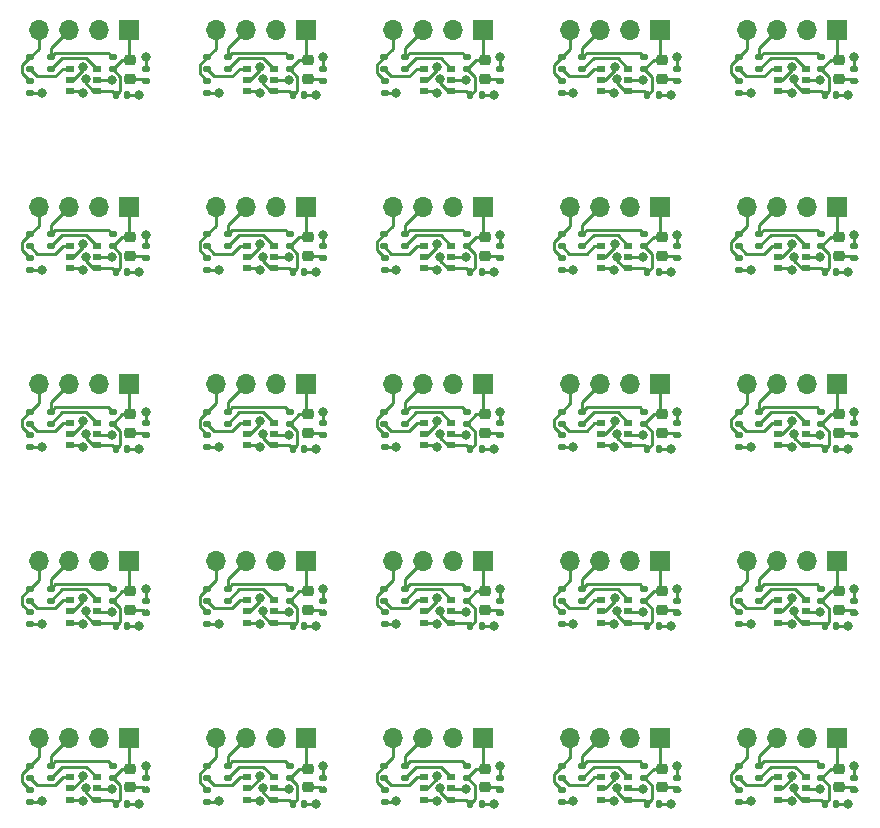
<source format=gbr>
%TF.GenerationSoftware,KiCad,Pcbnew,7.0.1*%
%TF.CreationDate,2024-10-13T19:11:28-04:00*%
%TF.ProjectId,TrackRing-panel,54726163-6b52-4696-9e67-2d70616e656c,rev?*%
%TF.SameCoordinates,Original*%
%TF.FileFunction,Copper,L1,Top*%
%TF.FilePolarity,Positive*%
%FSLAX46Y46*%
G04 Gerber Fmt 4.6, Leading zero omitted, Abs format (unit mm)*
G04 Created by KiCad (PCBNEW 7.0.1) date 2024-10-13 19:11:28*
%MOMM*%
%LPD*%
G01*
G04 APERTURE LIST*
G04 Aperture macros list*
%AMRoundRect*
0 Rectangle with rounded corners*
0 $1 Rounding radius*
0 $2 $3 $4 $5 $6 $7 $8 $9 X,Y pos of 4 corners*
0 Add a 4 corners polygon primitive as box body*
4,1,4,$2,$3,$4,$5,$6,$7,$8,$9,$2,$3,0*
0 Add four circle primitives for the rounded corners*
1,1,$1+$1,$2,$3*
1,1,$1+$1,$4,$5*
1,1,$1+$1,$6,$7*
1,1,$1+$1,$8,$9*
0 Add four rect primitives between the rounded corners*
20,1,$1+$1,$2,$3,$4,$5,0*
20,1,$1+$1,$4,$5,$6,$7,0*
20,1,$1+$1,$6,$7,$8,$9,0*
20,1,$1+$1,$8,$9,$2,$3,0*%
G04 Aperture macros list end*
%TA.AperFunction,ComponentPad*%
%ADD10R,1.700000X1.700000*%
%TD*%
%TA.AperFunction,ComponentPad*%
%ADD11O,1.700000X1.700000*%
%TD*%
%TA.AperFunction,SMDPad,CuDef*%
%ADD12RoundRect,0.135000X-0.185000X0.135000X-0.185000X-0.135000X0.185000X-0.135000X0.185000X0.135000X0*%
%TD*%
%TA.AperFunction,SMDPad,CuDef*%
%ADD13RoundRect,0.140000X0.140000X0.170000X-0.140000X0.170000X-0.140000X-0.170000X0.140000X-0.170000X0*%
%TD*%
%TA.AperFunction,SMDPad,CuDef*%
%ADD14RoundRect,0.218750X0.256250X-0.218750X0.256250X0.218750X-0.256250X0.218750X-0.256250X-0.218750X0*%
%TD*%
%TA.AperFunction,SMDPad,CuDef*%
%ADD15RoundRect,0.135000X0.185000X-0.135000X0.185000X0.135000X-0.185000X0.135000X-0.185000X-0.135000X0*%
%TD*%
%TA.AperFunction,SMDPad,CuDef*%
%ADD16R,0.700000X0.510000*%
%TD*%
%TA.AperFunction,ViaPad*%
%ADD17C,0.800000*%
%TD*%
%TA.AperFunction,Conductor*%
%ADD18C,0.250000*%
%TD*%
G04 APERTURE END LIST*
D10*
%TO.P,J1,1,Pin_1*%
%TO.N,Board_1-/VCC*%
X137350000Y-28650000D03*
D11*
%TO.P,J1,2,Pin_2*%
%TO.N,Board_1-GND*%
X134810000Y-28650000D03*
%TO.P,J1,3,Pin_3*%
%TO.N,Board_1-/SDA*%
X132270000Y-28650000D03*
%TO.P,J1,4,Pin_4*%
%TO.N,Board_1-/SCL*%
X129730000Y-28650000D03*
%TD*%
D10*
%TO.P,J1,1,Pin_1*%
%TO.N,Board_3-/VCC*%
X167350000Y-28650000D03*
D11*
%TO.P,J1,2,Pin_2*%
%TO.N,Board_3-GND*%
X164810000Y-28650000D03*
%TO.P,J1,3,Pin_3*%
%TO.N,Board_3-/SDA*%
X162270000Y-28650000D03*
%TO.P,J1,4,Pin_4*%
%TO.N,Board_3-/SCL*%
X159730000Y-28650000D03*
%TD*%
D10*
%TO.P,J1,1,Pin_1*%
%TO.N,Board_16-/VCC*%
X137350000Y-73650000D03*
D11*
%TO.P,J1,2,Pin_2*%
%TO.N,Board_16-GND*%
X134810000Y-73650000D03*
%TO.P,J1,3,Pin_3*%
%TO.N,Board_16-/SDA*%
X132270000Y-73650000D03*
%TO.P,J1,4,Pin_4*%
%TO.N,Board_16-/SCL*%
X129730000Y-73650000D03*
%TD*%
D10*
%TO.P,J1,1,Pin_1*%
%TO.N,Board_23-/VCC*%
X167350000Y-88650000D03*
D11*
%TO.P,J1,2,Pin_2*%
%TO.N,Board_23-GND*%
X164810000Y-88650000D03*
%TO.P,J1,3,Pin_3*%
%TO.N,Board_23-/SDA*%
X162270000Y-88650000D03*
%TO.P,J1,4,Pin_4*%
%TO.N,Board_23-/SCL*%
X159730000Y-88650000D03*
%TD*%
D10*
%TO.P,J1,1,Pin_1*%
%TO.N,Board_0-/VCC*%
X122350000Y-28650000D03*
D11*
%TO.P,J1,2,Pin_2*%
%TO.N,Board_0-GND*%
X119810000Y-28650000D03*
%TO.P,J1,3,Pin_3*%
%TO.N,Board_0-/SDA*%
X117270000Y-28650000D03*
%TO.P,J1,4,Pin_4*%
%TO.N,Board_0-/SCL*%
X114730000Y-28650000D03*
%TD*%
D10*
%TO.P,J1,1,Pin_1*%
%TO.N,Board_17-/VCC*%
X152350000Y-73650000D03*
D11*
%TO.P,J1,2,Pin_2*%
%TO.N,Board_17-GND*%
X149810000Y-73650000D03*
%TO.P,J1,3,Pin_3*%
%TO.N,Board_17-/SDA*%
X147270000Y-73650000D03*
%TO.P,J1,4,Pin_4*%
%TO.N,Board_17-/SCL*%
X144730000Y-73650000D03*
%TD*%
D10*
%TO.P,J1,1,Pin_1*%
%TO.N,Board_18-/VCC*%
X167350000Y-73650000D03*
D11*
%TO.P,J1,2,Pin_2*%
%TO.N,Board_18-GND*%
X164810000Y-73650000D03*
%TO.P,J1,3,Pin_3*%
%TO.N,Board_18-/SDA*%
X162270000Y-73650000D03*
%TO.P,J1,4,Pin_4*%
%TO.N,Board_18-/SCL*%
X159730000Y-73650000D03*
%TD*%
D10*
%TO.P,J1,1,Pin_1*%
%TO.N,Board_20-/VCC*%
X122350000Y-88650000D03*
D11*
%TO.P,J1,2,Pin_2*%
%TO.N,Board_20-GND*%
X119810000Y-88650000D03*
%TO.P,J1,3,Pin_3*%
%TO.N,Board_20-/SDA*%
X117270000Y-88650000D03*
%TO.P,J1,4,Pin_4*%
%TO.N,Board_20-/SCL*%
X114730000Y-88650000D03*
%TD*%
D10*
%TO.P,J1,1,Pin_1*%
%TO.N,Board_4-/VCC*%
X182350000Y-28650000D03*
D11*
%TO.P,J1,2,Pin_2*%
%TO.N,Board_4-GND*%
X179810000Y-28650000D03*
%TO.P,J1,3,Pin_3*%
%TO.N,Board_4-/SDA*%
X177270000Y-28650000D03*
%TO.P,J1,4,Pin_4*%
%TO.N,Board_4-/SCL*%
X174730000Y-28650000D03*
%TD*%
D10*
%TO.P,J1,1,Pin_1*%
%TO.N,Board_9-/VCC*%
X182350000Y-43650000D03*
D11*
%TO.P,J1,2,Pin_2*%
%TO.N,Board_9-GND*%
X179810000Y-43650000D03*
%TO.P,J1,3,Pin_3*%
%TO.N,Board_9-/SDA*%
X177270000Y-43650000D03*
%TO.P,J1,4,Pin_4*%
%TO.N,Board_9-/SCL*%
X174730000Y-43650000D03*
%TD*%
D10*
%TO.P,J1,1,Pin_1*%
%TO.N,Board_12-/VCC*%
X152350000Y-58650000D03*
D11*
%TO.P,J1,2,Pin_2*%
%TO.N,Board_12-GND*%
X149810000Y-58650000D03*
%TO.P,J1,3,Pin_3*%
%TO.N,Board_12-/SDA*%
X147270000Y-58650000D03*
%TO.P,J1,4,Pin_4*%
%TO.N,Board_12-/SCL*%
X144730000Y-58650000D03*
%TD*%
D10*
%TO.P,J1,1,Pin_1*%
%TO.N,Board_19-/VCC*%
X182350000Y-73650000D03*
D11*
%TO.P,J1,2,Pin_2*%
%TO.N,Board_19-GND*%
X179810000Y-73650000D03*
%TO.P,J1,3,Pin_3*%
%TO.N,Board_19-/SDA*%
X177270000Y-73650000D03*
%TO.P,J1,4,Pin_4*%
%TO.N,Board_19-/SCL*%
X174730000Y-73650000D03*
%TD*%
D10*
%TO.P,J1,1,Pin_1*%
%TO.N,Board_8-/VCC*%
X167350000Y-43650000D03*
D11*
%TO.P,J1,2,Pin_2*%
%TO.N,Board_8-GND*%
X164810000Y-43650000D03*
%TO.P,J1,3,Pin_3*%
%TO.N,Board_8-/SDA*%
X162270000Y-43650000D03*
%TO.P,J1,4,Pin_4*%
%TO.N,Board_8-/SCL*%
X159730000Y-43650000D03*
%TD*%
D10*
%TO.P,J1,1,Pin_1*%
%TO.N,Board_5-/VCC*%
X122350000Y-43650000D03*
D11*
%TO.P,J1,2,Pin_2*%
%TO.N,Board_5-GND*%
X119810000Y-43650000D03*
%TO.P,J1,3,Pin_3*%
%TO.N,Board_5-/SDA*%
X117270000Y-43650000D03*
%TO.P,J1,4,Pin_4*%
%TO.N,Board_5-/SCL*%
X114730000Y-43650000D03*
%TD*%
D10*
%TO.P,J1,1,Pin_1*%
%TO.N,Board_10-/VCC*%
X122350000Y-58650000D03*
D11*
%TO.P,J1,2,Pin_2*%
%TO.N,Board_10-GND*%
X119810000Y-58650000D03*
%TO.P,J1,3,Pin_3*%
%TO.N,Board_10-/SDA*%
X117270000Y-58650000D03*
%TO.P,J1,4,Pin_4*%
%TO.N,Board_10-/SCL*%
X114730000Y-58650000D03*
%TD*%
D10*
%TO.P,J1,1,Pin_1*%
%TO.N,Board_13-/VCC*%
X167350000Y-58650000D03*
D11*
%TO.P,J1,2,Pin_2*%
%TO.N,Board_13-GND*%
X164810000Y-58650000D03*
%TO.P,J1,3,Pin_3*%
%TO.N,Board_13-/SDA*%
X162270000Y-58650000D03*
%TO.P,J1,4,Pin_4*%
%TO.N,Board_13-/SCL*%
X159730000Y-58650000D03*
%TD*%
D10*
%TO.P,J1,1,Pin_1*%
%TO.N,Board_2-/VCC*%
X152350000Y-28650000D03*
D11*
%TO.P,J1,2,Pin_2*%
%TO.N,Board_2-GND*%
X149810000Y-28650000D03*
%TO.P,J1,3,Pin_3*%
%TO.N,Board_2-/SDA*%
X147270000Y-28650000D03*
%TO.P,J1,4,Pin_4*%
%TO.N,Board_2-/SCL*%
X144730000Y-28650000D03*
%TD*%
D10*
%TO.P,J1,1,Pin_1*%
%TO.N,Board_22-/VCC*%
X152350000Y-88650000D03*
D11*
%TO.P,J1,2,Pin_2*%
%TO.N,Board_22-GND*%
X149810000Y-88650000D03*
%TO.P,J1,3,Pin_3*%
%TO.N,Board_22-/SDA*%
X147270000Y-88650000D03*
%TO.P,J1,4,Pin_4*%
%TO.N,Board_22-/SCL*%
X144730000Y-88650000D03*
%TD*%
D10*
%TO.P,J1,1,Pin_1*%
%TO.N,Board_11-/VCC*%
X137350000Y-58650000D03*
D11*
%TO.P,J1,2,Pin_2*%
%TO.N,Board_11-GND*%
X134810000Y-58650000D03*
%TO.P,J1,3,Pin_3*%
%TO.N,Board_11-/SDA*%
X132270000Y-58650000D03*
%TO.P,J1,4,Pin_4*%
%TO.N,Board_11-/SCL*%
X129730000Y-58650000D03*
%TD*%
D10*
%TO.P,J1,1,Pin_1*%
%TO.N,Board_7-/VCC*%
X152350000Y-43650000D03*
D11*
%TO.P,J1,2,Pin_2*%
%TO.N,Board_7-GND*%
X149810000Y-43650000D03*
%TO.P,J1,3,Pin_3*%
%TO.N,Board_7-/SDA*%
X147270000Y-43650000D03*
%TO.P,J1,4,Pin_4*%
%TO.N,Board_7-/SCL*%
X144730000Y-43650000D03*
%TD*%
D10*
%TO.P,J1,1,Pin_1*%
%TO.N,Board_14-/VCC*%
X182350000Y-58650000D03*
D11*
%TO.P,J1,2,Pin_2*%
%TO.N,Board_14-GND*%
X179810000Y-58650000D03*
%TO.P,J1,3,Pin_3*%
%TO.N,Board_14-/SDA*%
X177270000Y-58650000D03*
%TO.P,J1,4,Pin_4*%
%TO.N,Board_14-/SCL*%
X174730000Y-58650000D03*
%TD*%
D10*
%TO.P,J1,1,Pin_1*%
%TO.N,Board_6-/VCC*%
X137350000Y-43650000D03*
D11*
%TO.P,J1,2,Pin_2*%
%TO.N,Board_6-GND*%
X134810000Y-43650000D03*
%TO.P,J1,3,Pin_3*%
%TO.N,Board_6-/SDA*%
X132270000Y-43650000D03*
%TO.P,J1,4,Pin_4*%
%TO.N,Board_6-/SCL*%
X129730000Y-43650000D03*
%TD*%
D10*
%TO.P,J1,1,Pin_1*%
%TO.N,Board_15-/VCC*%
X122350000Y-73650000D03*
D11*
%TO.P,J1,2,Pin_2*%
%TO.N,Board_15-GND*%
X119810000Y-73650000D03*
%TO.P,J1,3,Pin_3*%
%TO.N,Board_15-/SDA*%
X117270000Y-73650000D03*
%TO.P,J1,4,Pin_4*%
%TO.N,Board_15-/SCL*%
X114730000Y-73650000D03*
%TD*%
D10*
%TO.P,J1,1,Pin_1*%
%TO.N,Board_21-/VCC*%
X137350000Y-88650000D03*
D11*
%TO.P,J1,2,Pin_2*%
%TO.N,Board_21-GND*%
X134810000Y-88650000D03*
%TO.P,J1,3,Pin_3*%
%TO.N,Board_21-/SDA*%
X132270000Y-88650000D03*
%TO.P,J1,4,Pin_4*%
%TO.N,Board_21-/SCL*%
X129730000Y-88650000D03*
%TD*%
D10*
%TO.P,J1,1,Pin_1*%
%TO.N,Board_24-/VCC*%
X182350000Y-88650000D03*
D11*
%TO.P,J1,2,Pin_2*%
%TO.N,Board_24-GND*%
X179810000Y-88650000D03*
%TO.P,J1,3,Pin_3*%
%TO.N,Board_24-/SDA*%
X177270000Y-88650000D03*
%TO.P,J1,4,Pin_4*%
%TO.N,Board_24-/SCL*%
X174730000Y-88650000D03*
%TD*%
D12*
%TO.P,R2,1*%
%TO.N,Board_5-/SCL*%
X114000000Y-45990000D03*
%TO.P,R2,2*%
%TO.N,Board_5-Net-(U1-SCL)*%
X114000000Y-47010000D03*
%TD*%
%TO.P,R2,1*%
%TO.N,Board_1-/SCL*%
X129000000Y-30990000D03*
%TO.P,R2,2*%
%TO.N,Board_1-Net-(U1-SCL)*%
X129000000Y-32010000D03*
%TD*%
%TO.P,R2,1*%
%TO.N,Board_2-/SCL*%
X144000000Y-30990000D03*
%TO.P,R2,2*%
%TO.N,Board_2-Net-(U1-SCL)*%
X144000000Y-32010000D03*
%TD*%
%TO.P,R2,1*%
%TO.N,Board_3-/SCL*%
X159000000Y-30990000D03*
%TO.P,R2,2*%
%TO.N,Board_3-Net-(U1-SCL)*%
X159000000Y-32010000D03*
%TD*%
%TO.P,R2,1*%
%TO.N,Board_4-/SCL*%
X174000000Y-30990000D03*
%TO.P,R2,2*%
%TO.N,Board_4-Net-(U1-SCL)*%
X174000000Y-32010000D03*
%TD*%
%TO.P,R2,1*%
%TO.N,Board_24-/SCL*%
X174000000Y-90990000D03*
%TO.P,R2,2*%
%TO.N,Board_24-Net-(U1-SCL)*%
X174000000Y-92010000D03*
%TD*%
%TO.P,R2,1*%
%TO.N,Board_11-/SCL*%
X129000000Y-60990000D03*
%TO.P,R2,2*%
%TO.N,Board_11-Net-(U1-SCL)*%
X129000000Y-62010000D03*
%TD*%
%TO.P,R2,1*%
%TO.N,Board_15-/SCL*%
X114000000Y-75990000D03*
%TO.P,R2,2*%
%TO.N,Board_15-Net-(U1-SCL)*%
X114000000Y-77010000D03*
%TD*%
%TO.P,R2,1*%
%TO.N,Board_19-/SCL*%
X174000000Y-75990000D03*
%TO.P,R2,2*%
%TO.N,Board_19-Net-(U1-SCL)*%
X174000000Y-77010000D03*
%TD*%
%TO.P,R2,1*%
%TO.N,Board_22-/SCL*%
X144000000Y-90990000D03*
%TO.P,R2,2*%
%TO.N,Board_22-Net-(U1-SCL)*%
X144000000Y-92010000D03*
%TD*%
%TO.P,R2,1*%
%TO.N,Board_17-/SCL*%
X144000000Y-75990000D03*
%TO.P,R2,2*%
%TO.N,Board_17-Net-(U1-SCL)*%
X144000000Y-77010000D03*
%TD*%
%TO.P,R2,1*%
%TO.N,Board_12-/SCL*%
X144000000Y-60990000D03*
%TO.P,R2,2*%
%TO.N,Board_12-Net-(U1-SCL)*%
X144000000Y-62010000D03*
%TD*%
%TO.P,R2,1*%
%TO.N,Board_21-/SCL*%
X129000000Y-90990000D03*
%TO.P,R2,2*%
%TO.N,Board_21-Net-(U1-SCL)*%
X129000000Y-92010000D03*
%TD*%
%TO.P,R2,1*%
%TO.N,Board_7-/SCL*%
X144000000Y-45990000D03*
%TO.P,R2,2*%
%TO.N,Board_7-Net-(U1-SCL)*%
X144000000Y-47010000D03*
%TD*%
%TO.P,R2,1*%
%TO.N,Board_23-/SCL*%
X159000000Y-90990000D03*
%TO.P,R2,2*%
%TO.N,Board_23-Net-(U1-SCL)*%
X159000000Y-92010000D03*
%TD*%
%TO.P,R2,1*%
%TO.N,Board_6-/SCL*%
X129000000Y-45990000D03*
%TO.P,R2,2*%
%TO.N,Board_6-Net-(U1-SCL)*%
X129000000Y-47010000D03*
%TD*%
%TO.P,R2,1*%
%TO.N,Board_8-/SCL*%
X159000000Y-45990000D03*
%TO.P,R2,2*%
%TO.N,Board_8-Net-(U1-SCL)*%
X159000000Y-47010000D03*
%TD*%
%TO.P,R2,1*%
%TO.N,Board_13-/SCL*%
X159000000Y-60990000D03*
%TO.P,R2,2*%
%TO.N,Board_13-Net-(U1-SCL)*%
X159000000Y-62010000D03*
%TD*%
%TO.P,R2,1*%
%TO.N,Board_9-/SCL*%
X174000000Y-45990000D03*
%TO.P,R2,2*%
%TO.N,Board_9-Net-(U1-SCL)*%
X174000000Y-47010000D03*
%TD*%
%TO.P,R2,1*%
%TO.N,Board_14-/SCL*%
X174000000Y-60990000D03*
%TO.P,R2,2*%
%TO.N,Board_14-Net-(U1-SCL)*%
X174000000Y-62010000D03*
%TD*%
%TO.P,R2,1*%
%TO.N,Board_10-/SCL*%
X114000000Y-60990000D03*
%TO.P,R2,2*%
%TO.N,Board_10-Net-(U1-SCL)*%
X114000000Y-62010000D03*
%TD*%
%TO.P,R2,1*%
%TO.N,Board_16-/SCL*%
X129000000Y-75990000D03*
%TO.P,R2,2*%
%TO.N,Board_16-Net-(U1-SCL)*%
X129000000Y-77010000D03*
%TD*%
%TO.P,R2,1*%
%TO.N,Board_18-/SCL*%
X159000000Y-75990000D03*
%TO.P,R2,2*%
%TO.N,Board_18-Net-(U1-SCL)*%
X159000000Y-77010000D03*
%TD*%
%TO.P,R2,1*%
%TO.N,Board_20-/SCL*%
X114000000Y-90990000D03*
%TO.P,R2,2*%
%TO.N,Board_20-Net-(U1-SCL)*%
X114000000Y-92010000D03*
%TD*%
%TO.P,R2,1*%
%TO.N,Board_0-/SCL*%
X114000000Y-30990000D03*
%TO.P,R2,2*%
%TO.N,Board_0-Net-(U1-SCL)*%
X114000000Y-32010000D03*
%TD*%
D13*
%TO.P,C1,1*%
%TO.N,Board_2-GND*%
X152230000Y-34175000D03*
%TO.P,C1,2*%
%TO.N,Board_2-/VCC*%
X151270000Y-34175000D03*
%TD*%
%TO.P,C1,1*%
%TO.N,Board_5-GND*%
X122230000Y-49175000D03*
%TO.P,C1,2*%
%TO.N,Board_5-/VCC*%
X121270000Y-49175000D03*
%TD*%
%TO.P,C1,1*%
%TO.N,Board_1-GND*%
X137230000Y-34175000D03*
%TO.P,C1,2*%
%TO.N,Board_1-/VCC*%
X136270000Y-34175000D03*
%TD*%
%TO.P,C1,1*%
%TO.N,Board_3-GND*%
X167230000Y-34175000D03*
%TO.P,C1,2*%
%TO.N,Board_3-/VCC*%
X166270000Y-34175000D03*
%TD*%
%TO.P,C1,1*%
%TO.N,Board_4-GND*%
X182230000Y-34175000D03*
%TO.P,C1,2*%
%TO.N,Board_4-/VCC*%
X181270000Y-34175000D03*
%TD*%
%TO.P,C1,1*%
%TO.N,Board_6-GND*%
X137230000Y-49175000D03*
%TO.P,C1,2*%
%TO.N,Board_6-/VCC*%
X136270000Y-49175000D03*
%TD*%
%TO.P,C1,1*%
%TO.N,Board_7-GND*%
X152230000Y-49175000D03*
%TO.P,C1,2*%
%TO.N,Board_7-/VCC*%
X151270000Y-49175000D03*
%TD*%
%TO.P,C1,1*%
%TO.N,Board_12-GND*%
X152230000Y-64175000D03*
%TO.P,C1,2*%
%TO.N,Board_12-/VCC*%
X151270000Y-64175000D03*
%TD*%
%TO.P,C1,1*%
%TO.N,Board_14-GND*%
X182230000Y-64175000D03*
%TO.P,C1,2*%
%TO.N,Board_14-/VCC*%
X181270000Y-64175000D03*
%TD*%
%TO.P,C1,1*%
%TO.N,Board_15-GND*%
X122230000Y-79175000D03*
%TO.P,C1,2*%
%TO.N,Board_15-/VCC*%
X121270000Y-79175000D03*
%TD*%
%TO.P,C1,1*%
%TO.N,Board_16-GND*%
X137230000Y-79175000D03*
%TO.P,C1,2*%
%TO.N,Board_16-/VCC*%
X136270000Y-79175000D03*
%TD*%
%TO.P,C1,1*%
%TO.N,Board_11-GND*%
X137230000Y-64175000D03*
%TO.P,C1,2*%
%TO.N,Board_11-/VCC*%
X136270000Y-64175000D03*
%TD*%
%TO.P,C1,1*%
%TO.N,Board_13-GND*%
X167230000Y-64175000D03*
%TO.P,C1,2*%
%TO.N,Board_13-/VCC*%
X166270000Y-64175000D03*
%TD*%
%TO.P,C1,1*%
%TO.N,Board_9-GND*%
X182230000Y-49175000D03*
%TO.P,C1,2*%
%TO.N,Board_9-/VCC*%
X181270000Y-49175000D03*
%TD*%
%TO.P,C1,1*%
%TO.N,Board_8-GND*%
X167230000Y-49175000D03*
%TO.P,C1,2*%
%TO.N,Board_8-/VCC*%
X166270000Y-49175000D03*
%TD*%
%TO.P,C1,1*%
%TO.N,Board_10-GND*%
X122230000Y-64175000D03*
%TO.P,C1,2*%
%TO.N,Board_10-/VCC*%
X121270000Y-64175000D03*
%TD*%
%TO.P,C1,1*%
%TO.N,Board_17-GND*%
X152230000Y-79175000D03*
%TO.P,C1,2*%
%TO.N,Board_17-/VCC*%
X151270000Y-79175000D03*
%TD*%
%TO.P,C1,1*%
%TO.N,Board_0-GND*%
X122230000Y-34175000D03*
%TO.P,C1,2*%
%TO.N,Board_0-/VCC*%
X121270000Y-34175000D03*
%TD*%
%TO.P,C1,1*%
%TO.N,Board_22-GND*%
X152230000Y-94175000D03*
%TO.P,C1,2*%
%TO.N,Board_22-/VCC*%
X151270000Y-94175000D03*
%TD*%
%TO.P,C1,1*%
%TO.N,Board_20-GND*%
X122230000Y-94175000D03*
%TO.P,C1,2*%
%TO.N,Board_20-/VCC*%
X121270000Y-94175000D03*
%TD*%
%TO.P,C1,1*%
%TO.N,Board_24-GND*%
X182230000Y-94175000D03*
%TO.P,C1,2*%
%TO.N,Board_24-/VCC*%
X181270000Y-94175000D03*
%TD*%
%TO.P,C1,1*%
%TO.N,Board_18-GND*%
X167230000Y-79175000D03*
%TO.P,C1,2*%
%TO.N,Board_18-/VCC*%
X166270000Y-79175000D03*
%TD*%
%TO.P,C1,1*%
%TO.N,Board_19-GND*%
X182230000Y-79175000D03*
%TO.P,C1,2*%
%TO.N,Board_19-/VCC*%
X181270000Y-79175000D03*
%TD*%
%TO.P,C1,1*%
%TO.N,Board_23-GND*%
X167230000Y-94175000D03*
%TO.P,C1,2*%
%TO.N,Board_23-/VCC*%
X166270000Y-94175000D03*
%TD*%
%TO.P,C1,1*%
%TO.N,Board_21-GND*%
X137230000Y-94175000D03*
%TO.P,C1,2*%
%TO.N,Board_21-/VCC*%
X136270000Y-94175000D03*
%TD*%
D14*
%TO.P,D1,1,K*%
%TO.N,Board_20-Net-(D1-K)*%
X122500000Y-92787500D03*
%TO.P,D1,2,A*%
%TO.N,Board_20-/VCC*%
X122500000Y-91212500D03*
%TD*%
%TO.P,D1,1,K*%
%TO.N,Board_17-Net-(D1-K)*%
X152500000Y-77787500D03*
%TO.P,D1,2,A*%
%TO.N,Board_17-/VCC*%
X152500000Y-76212500D03*
%TD*%
%TO.P,D1,1,K*%
%TO.N,Board_19-Net-(D1-K)*%
X182500000Y-77787500D03*
%TO.P,D1,2,A*%
%TO.N,Board_19-/VCC*%
X182500000Y-76212500D03*
%TD*%
%TO.P,D1,1,K*%
%TO.N,Board_16-Net-(D1-K)*%
X137500000Y-77787500D03*
%TO.P,D1,2,A*%
%TO.N,Board_16-/VCC*%
X137500000Y-76212500D03*
%TD*%
%TO.P,D1,1,K*%
%TO.N,Board_0-Net-(D1-K)*%
X122500000Y-32787500D03*
%TO.P,D1,2,A*%
%TO.N,Board_0-/VCC*%
X122500000Y-31212500D03*
%TD*%
%TO.P,D1,1,K*%
%TO.N,Board_23-Net-(D1-K)*%
X167500000Y-92787500D03*
%TO.P,D1,2,A*%
%TO.N,Board_23-/VCC*%
X167500000Y-91212500D03*
%TD*%
%TO.P,D1,1,K*%
%TO.N,Board_22-Net-(D1-K)*%
X152500000Y-92787500D03*
%TO.P,D1,2,A*%
%TO.N,Board_22-/VCC*%
X152500000Y-91212500D03*
%TD*%
%TO.P,D1,1,K*%
%TO.N,Board_24-Net-(D1-K)*%
X182500000Y-92787500D03*
%TO.P,D1,2,A*%
%TO.N,Board_24-/VCC*%
X182500000Y-91212500D03*
%TD*%
%TO.P,D1,1,K*%
%TO.N,Board_18-Net-(D1-K)*%
X167500000Y-77787500D03*
%TO.P,D1,2,A*%
%TO.N,Board_18-/VCC*%
X167500000Y-76212500D03*
%TD*%
%TO.P,D1,1,K*%
%TO.N,Board_21-Net-(D1-K)*%
X137500000Y-92787500D03*
%TO.P,D1,2,A*%
%TO.N,Board_21-/VCC*%
X137500000Y-91212500D03*
%TD*%
%TO.P,D1,1,K*%
%TO.N,Board_12-Net-(D1-K)*%
X152500000Y-62787500D03*
%TO.P,D1,2,A*%
%TO.N,Board_12-/VCC*%
X152500000Y-61212500D03*
%TD*%
%TO.P,D1,1,K*%
%TO.N,Board_11-Net-(D1-K)*%
X137500000Y-62787500D03*
%TO.P,D1,2,A*%
%TO.N,Board_11-/VCC*%
X137500000Y-61212500D03*
%TD*%
%TO.P,D1,1,K*%
%TO.N,Board_15-Net-(D1-K)*%
X122500000Y-77787500D03*
%TO.P,D1,2,A*%
%TO.N,Board_15-/VCC*%
X122500000Y-76212500D03*
%TD*%
%TO.P,D1,1,K*%
%TO.N,Board_4-Net-(D1-K)*%
X182500000Y-32787500D03*
%TO.P,D1,2,A*%
%TO.N,Board_4-/VCC*%
X182500000Y-31212500D03*
%TD*%
%TO.P,D1,1,K*%
%TO.N,Board_5-Net-(D1-K)*%
X122500000Y-47787500D03*
%TO.P,D1,2,A*%
%TO.N,Board_5-/VCC*%
X122500000Y-46212500D03*
%TD*%
%TO.P,D1,1,K*%
%TO.N,Board_9-Net-(D1-K)*%
X182500000Y-47787500D03*
%TO.P,D1,2,A*%
%TO.N,Board_9-/VCC*%
X182500000Y-46212500D03*
%TD*%
%TO.P,D1,1,K*%
%TO.N,Board_2-Net-(D1-K)*%
X152500000Y-32787500D03*
%TO.P,D1,2,A*%
%TO.N,Board_2-/VCC*%
X152500000Y-31212500D03*
%TD*%
%TO.P,D1,1,K*%
%TO.N,Board_7-Net-(D1-K)*%
X152500000Y-47787500D03*
%TO.P,D1,2,A*%
%TO.N,Board_7-/VCC*%
X152500000Y-46212500D03*
%TD*%
%TO.P,D1,1,K*%
%TO.N,Board_3-Net-(D1-K)*%
X167500000Y-32787500D03*
%TO.P,D1,2,A*%
%TO.N,Board_3-/VCC*%
X167500000Y-31212500D03*
%TD*%
%TO.P,D1,1,K*%
%TO.N,Board_6-Net-(D1-K)*%
X137500000Y-47787500D03*
%TO.P,D1,2,A*%
%TO.N,Board_6-/VCC*%
X137500000Y-46212500D03*
%TD*%
%TO.P,D1,1,K*%
%TO.N,Board_8-Net-(D1-K)*%
X167500000Y-47787500D03*
%TO.P,D1,2,A*%
%TO.N,Board_8-/VCC*%
X167500000Y-46212500D03*
%TD*%
%TO.P,D1,1,K*%
%TO.N,Board_10-Net-(D1-K)*%
X122500000Y-62787500D03*
%TO.P,D1,2,A*%
%TO.N,Board_10-/VCC*%
X122500000Y-61212500D03*
%TD*%
%TO.P,D1,1,K*%
%TO.N,Board_1-Net-(D1-K)*%
X137500000Y-32787500D03*
%TO.P,D1,2,A*%
%TO.N,Board_1-/VCC*%
X137500000Y-31212500D03*
%TD*%
%TO.P,D1,1,K*%
%TO.N,Board_13-Net-(D1-K)*%
X167500000Y-62787500D03*
%TO.P,D1,2,A*%
%TO.N,Board_13-/VCC*%
X167500000Y-61212500D03*
%TD*%
%TO.P,D1,1,K*%
%TO.N,Board_14-Net-(D1-K)*%
X182500000Y-62787500D03*
%TO.P,D1,2,A*%
%TO.N,Board_14-/VCC*%
X182500000Y-61212500D03*
%TD*%
D15*
%TO.P,R4,1*%
%TO.N,Board_3-/VCC*%
X159010000Y-34010000D03*
%TO.P,R4,2*%
%TO.N,Board_3-/SCL*%
X159010000Y-32990000D03*
%TD*%
%TO.P,R4,1*%
%TO.N,Board_6-/VCC*%
X129010000Y-49010000D03*
%TO.P,R4,2*%
%TO.N,Board_6-/SCL*%
X129010000Y-47990000D03*
%TD*%
%TO.P,R4,1*%
%TO.N,Board_12-/VCC*%
X144010000Y-64010000D03*
%TO.P,R4,2*%
%TO.N,Board_12-/SCL*%
X144010000Y-62990000D03*
%TD*%
%TO.P,R4,1*%
%TO.N,Board_14-/VCC*%
X174010000Y-64010000D03*
%TO.P,R4,2*%
%TO.N,Board_14-/SCL*%
X174010000Y-62990000D03*
%TD*%
%TO.P,R4,1*%
%TO.N,Board_16-/VCC*%
X129010000Y-79010000D03*
%TO.P,R4,2*%
%TO.N,Board_16-/SCL*%
X129010000Y-77990000D03*
%TD*%
%TO.P,R4,1*%
%TO.N,Board_18-/VCC*%
X159010000Y-79010000D03*
%TO.P,R4,2*%
%TO.N,Board_18-/SCL*%
X159010000Y-77990000D03*
%TD*%
%TO.P,R4,1*%
%TO.N,Board_9-/VCC*%
X174010000Y-49010000D03*
%TO.P,R4,2*%
%TO.N,Board_9-/SCL*%
X174010000Y-47990000D03*
%TD*%
%TO.P,R4,1*%
%TO.N,Board_8-/VCC*%
X159010000Y-49010000D03*
%TO.P,R4,2*%
%TO.N,Board_8-/SCL*%
X159010000Y-47990000D03*
%TD*%
%TO.P,R4,1*%
%TO.N,Board_1-/VCC*%
X129010000Y-34010000D03*
%TO.P,R4,2*%
%TO.N,Board_1-/SCL*%
X129010000Y-32990000D03*
%TD*%
%TO.P,R4,1*%
%TO.N,Board_2-/VCC*%
X144010000Y-34010000D03*
%TO.P,R4,2*%
%TO.N,Board_2-/SCL*%
X144010000Y-32990000D03*
%TD*%
%TO.P,R4,1*%
%TO.N,Board_5-/VCC*%
X114010000Y-49010000D03*
%TO.P,R4,2*%
%TO.N,Board_5-/SCL*%
X114010000Y-47990000D03*
%TD*%
%TO.P,R4,1*%
%TO.N,Board_4-/VCC*%
X174010000Y-34010000D03*
%TO.P,R4,2*%
%TO.N,Board_4-/SCL*%
X174010000Y-32990000D03*
%TD*%
%TO.P,R4,1*%
%TO.N,Board_7-/VCC*%
X144010000Y-49010000D03*
%TO.P,R4,2*%
%TO.N,Board_7-/SCL*%
X144010000Y-47990000D03*
%TD*%
%TO.P,R4,1*%
%TO.N,Board_10-/VCC*%
X114010000Y-64010000D03*
%TO.P,R4,2*%
%TO.N,Board_10-/SCL*%
X114010000Y-62990000D03*
%TD*%
%TO.P,R4,1*%
%TO.N,Board_11-/VCC*%
X129010000Y-64010000D03*
%TO.P,R4,2*%
%TO.N,Board_11-/SCL*%
X129010000Y-62990000D03*
%TD*%
%TO.P,R4,1*%
%TO.N,Board_13-/VCC*%
X159010000Y-64010000D03*
%TO.P,R4,2*%
%TO.N,Board_13-/SCL*%
X159010000Y-62990000D03*
%TD*%
%TO.P,R4,1*%
%TO.N,Board_15-/VCC*%
X114010000Y-79010000D03*
%TO.P,R4,2*%
%TO.N,Board_15-/SCL*%
X114010000Y-77990000D03*
%TD*%
%TO.P,R4,1*%
%TO.N,Board_17-/VCC*%
X144010000Y-79010000D03*
%TO.P,R4,2*%
%TO.N,Board_17-/SCL*%
X144010000Y-77990000D03*
%TD*%
%TO.P,R4,1*%
%TO.N,Board_20-/VCC*%
X114010000Y-94010000D03*
%TO.P,R4,2*%
%TO.N,Board_20-/SCL*%
X114010000Y-92990000D03*
%TD*%
%TO.P,R4,1*%
%TO.N,Board_19-/VCC*%
X174010000Y-79010000D03*
%TO.P,R4,2*%
%TO.N,Board_19-/SCL*%
X174010000Y-77990000D03*
%TD*%
%TO.P,R4,1*%
%TO.N,Board_23-/VCC*%
X159010000Y-94010000D03*
%TO.P,R4,2*%
%TO.N,Board_23-/SCL*%
X159010000Y-92990000D03*
%TD*%
%TO.P,R4,1*%
%TO.N,Board_21-/VCC*%
X129010000Y-94010000D03*
%TO.P,R4,2*%
%TO.N,Board_21-/SCL*%
X129010000Y-92990000D03*
%TD*%
%TO.P,R4,1*%
%TO.N,Board_0-/VCC*%
X114010000Y-34010000D03*
%TO.P,R4,2*%
%TO.N,Board_0-/SCL*%
X114010000Y-32990000D03*
%TD*%
%TO.P,R4,1*%
%TO.N,Board_22-/VCC*%
X144010000Y-94010000D03*
%TO.P,R4,2*%
%TO.N,Board_22-/SCL*%
X144010000Y-92990000D03*
%TD*%
%TO.P,R4,1*%
%TO.N,Board_24-/VCC*%
X174010000Y-94010000D03*
%TO.P,R4,2*%
%TO.N,Board_24-/SCL*%
X174010000Y-92990000D03*
%TD*%
D12*
%TO.P,R1,1*%
%TO.N,Board_12-/SDA*%
X145750000Y-60990000D03*
%TO.P,R1,2*%
%TO.N,Board_12-Net-(U1-SDA)*%
X145750000Y-62010000D03*
%TD*%
%TO.P,R1,1*%
%TO.N,Board_15-/SDA*%
X115750000Y-75990000D03*
%TO.P,R1,2*%
%TO.N,Board_15-Net-(U1-SDA)*%
X115750000Y-77010000D03*
%TD*%
%TO.P,R1,1*%
%TO.N,Board_18-/SDA*%
X160750000Y-75990000D03*
%TO.P,R1,2*%
%TO.N,Board_18-Net-(U1-SDA)*%
X160750000Y-77010000D03*
%TD*%
%TO.P,R1,1*%
%TO.N,Board_4-/SDA*%
X175750000Y-30990000D03*
%TO.P,R1,2*%
%TO.N,Board_4-Net-(U1-SDA)*%
X175750000Y-32010000D03*
%TD*%
%TO.P,R1,1*%
%TO.N,Board_7-/SDA*%
X145750000Y-45990000D03*
%TO.P,R1,2*%
%TO.N,Board_7-Net-(U1-SDA)*%
X145750000Y-47010000D03*
%TD*%
%TO.P,R1,1*%
%TO.N,Board_8-/SDA*%
X160750000Y-45990000D03*
%TO.P,R1,2*%
%TO.N,Board_8-Net-(U1-SDA)*%
X160750000Y-47010000D03*
%TD*%
%TO.P,R1,1*%
%TO.N,Board_1-/SDA*%
X130750000Y-30990000D03*
%TO.P,R1,2*%
%TO.N,Board_1-Net-(U1-SDA)*%
X130750000Y-32010000D03*
%TD*%
%TO.P,R1,1*%
%TO.N,Board_3-/SDA*%
X160750000Y-30990000D03*
%TO.P,R1,2*%
%TO.N,Board_3-Net-(U1-SDA)*%
X160750000Y-32010000D03*
%TD*%
%TO.P,R1,1*%
%TO.N,Board_9-/SDA*%
X175750000Y-45990000D03*
%TO.P,R1,2*%
%TO.N,Board_9-Net-(U1-SDA)*%
X175750000Y-47010000D03*
%TD*%
%TO.P,R1,1*%
%TO.N,Board_2-/SDA*%
X145750000Y-30990000D03*
%TO.P,R1,2*%
%TO.N,Board_2-Net-(U1-SDA)*%
X145750000Y-32010000D03*
%TD*%
%TO.P,R1,1*%
%TO.N,Board_10-/SDA*%
X115750000Y-60990000D03*
%TO.P,R1,2*%
%TO.N,Board_10-Net-(U1-SDA)*%
X115750000Y-62010000D03*
%TD*%
%TO.P,R1,1*%
%TO.N,Board_11-/SDA*%
X130750000Y-60990000D03*
%TO.P,R1,2*%
%TO.N,Board_11-Net-(U1-SDA)*%
X130750000Y-62010000D03*
%TD*%
%TO.P,R1,1*%
%TO.N,Board_13-/SDA*%
X160750000Y-60990000D03*
%TO.P,R1,2*%
%TO.N,Board_13-Net-(U1-SDA)*%
X160750000Y-62010000D03*
%TD*%
%TO.P,R1,1*%
%TO.N,Board_6-/SDA*%
X130750000Y-45990000D03*
%TO.P,R1,2*%
%TO.N,Board_6-Net-(U1-SDA)*%
X130750000Y-47010000D03*
%TD*%
%TO.P,R1,1*%
%TO.N,Board_5-/SDA*%
X115750000Y-45990000D03*
%TO.P,R1,2*%
%TO.N,Board_5-Net-(U1-SDA)*%
X115750000Y-47010000D03*
%TD*%
%TO.P,R1,1*%
%TO.N,Board_14-/SDA*%
X175750000Y-60990000D03*
%TO.P,R1,2*%
%TO.N,Board_14-Net-(U1-SDA)*%
X175750000Y-62010000D03*
%TD*%
%TO.P,R1,1*%
%TO.N,Board_17-/SDA*%
X145750000Y-75990000D03*
%TO.P,R1,2*%
%TO.N,Board_17-Net-(U1-SDA)*%
X145750000Y-77010000D03*
%TD*%
%TO.P,R1,1*%
%TO.N,Board_16-/SDA*%
X130750000Y-75990000D03*
%TO.P,R1,2*%
%TO.N,Board_16-Net-(U1-SDA)*%
X130750000Y-77010000D03*
%TD*%
%TO.P,R1,1*%
%TO.N,Board_20-/SDA*%
X115750000Y-90990000D03*
%TO.P,R1,2*%
%TO.N,Board_20-Net-(U1-SDA)*%
X115750000Y-92010000D03*
%TD*%
%TO.P,R1,1*%
%TO.N,Board_21-/SDA*%
X130750000Y-90990000D03*
%TO.P,R1,2*%
%TO.N,Board_21-Net-(U1-SDA)*%
X130750000Y-92010000D03*
%TD*%
%TO.P,R1,1*%
%TO.N,Board_23-/SDA*%
X160750000Y-90990000D03*
%TO.P,R1,2*%
%TO.N,Board_23-Net-(U1-SDA)*%
X160750000Y-92010000D03*
%TD*%
%TO.P,R1,1*%
%TO.N,Board_24-/SDA*%
X175750000Y-90990000D03*
%TO.P,R1,2*%
%TO.N,Board_24-Net-(U1-SDA)*%
X175750000Y-92010000D03*
%TD*%
%TO.P,R1,1*%
%TO.N,Board_22-/SDA*%
X145750000Y-90990000D03*
%TO.P,R1,2*%
%TO.N,Board_22-Net-(U1-SDA)*%
X145750000Y-92010000D03*
%TD*%
%TO.P,R1,1*%
%TO.N,Board_0-/SDA*%
X115750000Y-30990000D03*
%TO.P,R1,2*%
%TO.N,Board_0-Net-(U1-SDA)*%
X115750000Y-32010000D03*
%TD*%
%TO.P,R1,1*%
%TO.N,Board_19-/SDA*%
X175750000Y-75990000D03*
%TO.P,R1,2*%
%TO.N,Board_19-Net-(U1-SDA)*%
X175750000Y-77010000D03*
%TD*%
D15*
%TO.P,R5,1*%
%TO.N,Board_1-Net-(D1-K)*%
X138800000Y-33010000D03*
%TO.P,R5,2*%
%TO.N,Board_1-GND*%
X138800000Y-31990000D03*
%TD*%
%TO.P,R5,1*%
%TO.N,Board_2-Net-(D1-K)*%
X153800000Y-33010000D03*
%TO.P,R5,2*%
%TO.N,Board_2-GND*%
X153800000Y-31990000D03*
%TD*%
%TO.P,R5,1*%
%TO.N,Board_4-Net-(D1-K)*%
X183800000Y-33010000D03*
%TO.P,R5,2*%
%TO.N,Board_4-GND*%
X183800000Y-31990000D03*
%TD*%
%TO.P,R5,1*%
%TO.N,Board_3-Net-(D1-K)*%
X168800000Y-33010000D03*
%TO.P,R5,2*%
%TO.N,Board_3-GND*%
X168800000Y-31990000D03*
%TD*%
%TO.P,R5,1*%
%TO.N,Board_23-Net-(D1-K)*%
X168800000Y-93010000D03*
%TO.P,R5,2*%
%TO.N,Board_23-GND*%
X168800000Y-91990000D03*
%TD*%
%TO.P,R5,1*%
%TO.N,Board_7-Net-(D1-K)*%
X153800000Y-48010000D03*
%TO.P,R5,2*%
%TO.N,Board_7-GND*%
X153800000Y-46990000D03*
%TD*%
%TO.P,R5,1*%
%TO.N,Board_6-Net-(D1-K)*%
X138800000Y-48010000D03*
%TO.P,R5,2*%
%TO.N,Board_6-GND*%
X138800000Y-46990000D03*
%TD*%
%TO.P,R5,1*%
%TO.N,Board_13-Net-(D1-K)*%
X168800000Y-63010000D03*
%TO.P,R5,2*%
%TO.N,Board_13-GND*%
X168800000Y-61990000D03*
%TD*%
%TO.P,R5,1*%
%TO.N,Board_17-Net-(D1-K)*%
X153800000Y-78010000D03*
%TO.P,R5,2*%
%TO.N,Board_17-GND*%
X153800000Y-76990000D03*
%TD*%
%TO.P,R5,1*%
%TO.N,Board_11-Net-(D1-K)*%
X138800000Y-63010000D03*
%TO.P,R5,2*%
%TO.N,Board_11-GND*%
X138800000Y-61990000D03*
%TD*%
%TO.P,R5,1*%
%TO.N,Board_18-Net-(D1-K)*%
X168800000Y-78010000D03*
%TO.P,R5,2*%
%TO.N,Board_18-GND*%
X168800000Y-76990000D03*
%TD*%
%TO.P,R5,1*%
%TO.N,Board_14-Net-(D1-K)*%
X183800000Y-63010000D03*
%TO.P,R5,2*%
%TO.N,Board_14-GND*%
X183800000Y-61990000D03*
%TD*%
%TO.P,R5,1*%
%TO.N,Board_5-Net-(D1-K)*%
X123800000Y-48010000D03*
%TO.P,R5,2*%
%TO.N,Board_5-GND*%
X123800000Y-46990000D03*
%TD*%
%TO.P,R5,1*%
%TO.N,Board_16-Net-(D1-K)*%
X138800000Y-78010000D03*
%TO.P,R5,2*%
%TO.N,Board_16-GND*%
X138800000Y-76990000D03*
%TD*%
%TO.P,R5,1*%
%TO.N,Board_21-Net-(D1-K)*%
X138800000Y-93010000D03*
%TO.P,R5,2*%
%TO.N,Board_21-GND*%
X138800000Y-91990000D03*
%TD*%
%TO.P,R5,1*%
%TO.N,Board_19-Net-(D1-K)*%
X183800000Y-78010000D03*
%TO.P,R5,2*%
%TO.N,Board_19-GND*%
X183800000Y-76990000D03*
%TD*%
%TO.P,R5,1*%
%TO.N,Board_10-Net-(D1-K)*%
X123800000Y-63010000D03*
%TO.P,R5,2*%
%TO.N,Board_10-GND*%
X123800000Y-61990000D03*
%TD*%
%TO.P,R5,1*%
%TO.N,Board_12-Net-(D1-K)*%
X153800000Y-63010000D03*
%TO.P,R5,2*%
%TO.N,Board_12-GND*%
X153800000Y-61990000D03*
%TD*%
%TO.P,R5,1*%
%TO.N,Board_8-Net-(D1-K)*%
X168800000Y-48010000D03*
%TO.P,R5,2*%
%TO.N,Board_8-GND*%
X168800000Y-46990000D03*
%TD*%
%TO.P,R5,1*%
%TO.N,Board_15-Net-(D1-K)*%
X123800000Y-78010000D03*
%TO.P,R5,2*%
%TO.N,Board_15-GND*%
X123800000Y-76990000D03*
%TD*%
%TO.P,R5,1*%
%TO.N,Board_20-Net-(D1-K)*%
X123800000Y-93010000D03*
%TO.P,R5,2*%
%TO.N,Board_20-GND*%
X123800000Y-91990000D03*
%TD*%
%TO.P,R5,1*%
%TO.N,Board_9-Net-(D1-K)*%
X183800000Y-48010000D03*
%TO.P,R5,2*%
%TO.N,Board_9-GND*%
X183800000Y-46990000D03*
%TD*%
%TO.P,R5,1*%
%TO.N,Board_22-Net-(D1-K)*%
X153800000Y-93010000D03*
%TO.P,R5,2*%
%TO.N,Board_22-GND*%
X153800000Y-91990000D03*
%TD*%
%TO.P,R5,1*%
%TO.N,Board_24-Net-(D1-K)*%
X183800000Y-93010000D03*
%TO.P,R5,2*%
%TO.N,Board_24-GND*%
X183800000Y-91990000D03*
%TD*%
%TO.P,R5,1*%
%TO.N,Board_0-Net-(D1-K)*%
X123800000Y-33010000D03*
%TO.P,R5,2*%
%TO.N,Board_0-GND*%
X123800000Y-31990000D03*
%TD*%
D16*
%TO.P,U1,1,SCL*%
%TO.N,Board_1-Net-(U1-SCL)*%
X132340000Y-31950000D03*
%TO.P,U1,2,GND*%
%TO.N,Board_1-GND*%
X132340000Y-32900000D03*
%TO.P,U1,3,GND*%
X132340000Y-33850000D03*
%TO.P,U1,4,VCC*%
%TO.N,Board_1-/VCC*%
X134660000Y-33850000D03*
%TO.P,U1,5,GND*%
%TO.N,Board_1-GND*%
X134660000Y-32900000D03*
%TO.P,U1,6,SDA*%
%TO.N,Board_1-Net-(U1-SDA)*%
X134660000Y-31950000D03*
%TD*%
%TO.P,U1,1,SCL*%
%TO.N,Board_3-Net-(U1-SCL)*%
X162340000Y-31950000D03*
%TO.P,U1,2,GND*%
%TO.N,Board_3-GND*%
X162340000Y-32900000D03*
%TO.P,U1,3,GND*%
X162340000Y-33850000D03*
%TO.P,U1,4,VCC*%
%TO.N,Board_3-/VCC*%
X164660000Y-33850000D03*
%TO.P,U1,5,GND*%
%TO.N,Board_3-GND*%
X164660000Y-32900000D03*
%TO.P,U1,6,SDA*%
%TO.N,Board_3-Net-(U1-SDA)*%
X164660000Y-31950000D03*
%TD*%
%TO.P,U1,1,SCL*%
%TO.N,Board_2-Net-(U1-SCL)*%
X147340000Y-31950000D03*
%TO.P,U1,2,GND*%
%TO.N,Board_2-GND*%
X147340000Y-32900000D03*
%TO.P,U1,3,GND*%
X147340000Y-33850000D03*
%TO.P,U1,4,VCC*%
%TO.N,Board_2-/VCC*%
X149660000Y-33850000D03*
%TO.P,U1,5,GND*%
%TO.N,Board_2-GND*%
X149660000Y-32900000D03*
%TO.P,U1,6,SDA*%
%TO.N,Board_2-Net-(U1-SDA)*%
X149660000Y-31950000D03*
%TD*%
%TO.P,U1,1,SCL*%
%TO.N,Board_7-Net-(U1-SCL)*%
X147340000Y-46950000D03*
%TO.P,U1,2,GND*%
%TO.N,Board_7-GND*%
X147340000Y-47900000D03*
%TO.P,U1,3,GND*%
X147340000Y-48850000D03*
%TO.P,U1,4,VCC*%
%TO.N,Board_7-/VCC*%
X149660000Y-48850000D03*
%TO.P,U1,5,GND*%
%TO.N,Board_7-GND*%
X149660000Y-47900000D03*
%TO.P,U1,6,SDA*%
%TO.N,Board_7-Net-(U1-SDA)*%
X149660000Y-46950000D03*
%TD*%
%TO.P,U1,1,SCL*%
%TO.N,Board_8-Net-(U1-SCL)*%
X162340000Y-46950000D03*
%TO.P,U1,2,GND*%
%TO.N,Board_8-GND*%
X162340000Y-47900000D03*
%TO.P,U1,3,GND*%
X162340000Y-48850000D03*
%TO.P,U1,4,VCC*%
%TO.N,Board_8-/VCC*%
X164660000Y-48850000D03*
%TO.P,U1,5,GND*%
%TO.N,Board_8-GND*%
X164660000Y-47900000D03*
%TO.P,U1,6,SDA*%
%TO.N,Board_8-Net-(U1-SDA)*%
X164660000Y-46950000D03*
%TD*%
%TO.P,U1,1,SCL*%
%TO.N,Board_13-Net-(U1-SCL)*%
X162340000Y-61950000D03*
%TO.P,U1,2,GND*%
%TO.N,Board_13-GND*%
X162340000Y-62900000D03*
%TO.P,U1,3,GND*%
X162340000Y-63850000D03*
%TO.P,U1,4,VCC*%
%TO.N,Board_13-/VCC*%
X164660000Y-63850000D03*
%TO.P,U1,5,GND*%
%TO.N,Board_13-GND*%
X164660000Y-62900000D03*
%TO.P,U1,6,SDA*%
%TO.N,Board_13-Net-(U1-SDA)*%
X164660000Y-61950000D03*
%TD*%
%TO.P,U1,1,SCL*%
%TO.N,Board_5-Net-(U1-SCL)*%
X117340000Y-46950000D03*
%TO.P,U1,2,GND*%
%TO.N,Board_5-GND*%
X117340000Y-47900000D03*
%TO.P,U1,3,GND*%
X117340000Y-48850000D03*
%TO.P,U1,4,VCC*%
%TO.N,Board_5-/VCC*%
X119660000Y-48850000D03*
%TO.P,U1,5,GND*%
%TO.N,Board_5-GND*%
X119660000Y-47900000D03*
%TO.P,U1,6,SDA*%
%TO.N,Board_5-Net-(U1-SDA)*%
X119660000Y-46950000D03*
%TD*%
%TO.P,U1,1,SCL*%
%TO.N,Board_9-Net-(U1-SCL)*%
X177340000Y-46950000D03*
%TO.P,U1,2,GND*%
%TO.N,Board_9-GND*%
X177340000Y-47900000D03*
%TO.P,U1,3,GND*%
X177340000Y-48850000D03*
%TO.P,U1,4,VCC*%
%TO.N,Board_9-/VCC*%
X179660000Y-48850000D03*
%TO.P,U1,5,GND*%
%TO.N,Board_9-GND*%
X179660000Y-47900000D03*
%TO.P,U1,6,SDA*%
%TO.N,Board_9-Net-(U1-SDA)*%
X179660000Y-46950000D03*
%TD*%
%TO.P,U1,1,SCL*%
%TO.N,Board_23-Net-(U1-SCL)*%
X162340000Y-91950000D03*
%TO.P,U1,2,GND*%
%TO.N,Board_23-GND*%
X162340000Y-92900000D03*
%TO.P,U1,3,GND*%
X162340000Y-93850000D03*
%TO.P,U1,4,VCC*%
%TO.N,Board_23-/VCC*%
X164660000Y-93850000D03*
%TO.P,U1,5,GND*%
%TO.N,Board_23-GND*%
X164660000Y-92900000D03*
%TO.P,U1,6,SDA*%
%TO.N,Board_23-Net-(U1-SDA)*%
X164660000Y-91950000D03*
%TD*%
%TO.P,U1,1,SCL*%
%TO.N,Board_11-Net-(U1-SCL)*%
X132340000Y-61950000D03*
%TO.P,U1,2,GND*%
%TO.N,Board_11-GND*%
X132340000Y-62900000D03*
%TO.P,U1,3,GND*%
X132340000Y-63850000D03*
%TO.P,U1,4,VCC*%
%TO.N,Board_11-/VCC*%
X134660000Y-63850000D03*
%TO.P,U1,5,GND*%
%TO.N,Board_11-GND*%
X134660000Y-62900000D03*
%TO.P,U1,6,SDA*%
%TO.N,Board_11-Net-(U1-SDA)*%
X134660000Y-61950000D03*
%TD*%
%TO.P,U1,1,SCL*%
%TO.N,Board_15-Net-(U1-SCL)*%
X117340000Y-76950000D03*
%TO.P,U1,2,GND*%
%TO.N,Board_15-GND*%
X117340000Y-77900000D03*
%TO.P,U1,3,GND*%
X117340000Y-78850000D03*
%TO.P,U1,4,VCC*%
%TO.N,Board_15-/VCC*%
X119660000Y-78850000D03*
%TO.P,U1,5,GND*%
%TO.N,Board_15-GND*%
X119660000Y-77900000D03*
%TO.P,U1,6,SDA*%
%TO.N,Board_15-Net-(U1-SDA)*%
X119660000Y-76950000D03*
%TD*%
%TO.P,U1,1,SCL*%
%TO.N,Board_18-Net-(U1-SCL)*%
X162340000Y-76950000D03*
%TO.P,U1,2,GND*%
%TO.N,Board_18-GND*%
X162340000Y-77900000D03*
%TO.P,U1,3,GND*%
X162340000Y-78850000D03*
%TO.P,U1,4,VCC*%
%TO.N,Board_18-/VCC*%
X164660000Y-78850000D03*
%TO.P,U1,5,GND*%
%TO.N,Board_18-GND*%
X164660000Y-77900000D03*
%TO.P,U1,6,SDA*%
%TO.N,Board_18-Net-(U1-SDA)*%
X164660000Y-76950000D03*
%TD*%
%TO.P,U1,1,SCL*%
%TO.N,Board_10-Net-(U1-SCL)*%
X117340000Y-61950000D03*
%TO.P,U1,2,GND*%
%TO.N,Board_10-GND*%
X117340000Y-62900000D03*
%TO.P,U1,3,GND*%
X117340000Y-63850000D03*
%TO.P,U1,4,VCC*%
%TO.N,Board_10-/VCC*%
X119660000Y-63850000D03*
%TO.P,U1,5,GND*%
%TO.N,Board_10-GND*%
X119660000Y-62900000D03*
%TO.P,U1,6,SDA*%
%TO.N,Board_10-Net-(U1-SDA)*%
X119660000Y-61950000D03*
%TD*%
%TO.P,U1,1,SCL*%
%TO.N,Board_20-Net-(U1-SCL)*%
X117340000Y-91950000D03*
%TO.P,U1,2,GND*%
%TO.N,Board_20-GND*%
X117340000Y-92900000D03*
%TO.P,U1,3,GND*%
X117340000Y-93850000D03*
%TO.P,U1,4,VCC*%
%TO.N,Board_20-/VCC*%
X119660000Y-93850000D03*
%TO.P,U1,5,GND*%
%TO.N,Board_20-GND*%
X119660000Y-92900000D03*
%TO.P,U1,6,SDA*%
%TO.N,Board_20-Net-(U1-SDA)*%
X119660000Y-91950000D03*
%TD*%
%TO.P,U1,1,SCL*%
%TO.N,Board_0-Net-(U1-SCL)*%
X117340000Y-31950000D03*
%TO.P,U1,2,GND*%
%TO.N,Board_0-GND*%
X117340000Y-32900000D03*
%TO.P,U1,3,GND*%
X117340000Y-33850000D03*
%TO.P,U1,4,VCC*%
%TO.N,Board_0-/VCC*%
X119660000Y-33850000D03*
%TO.P,U1,5,GND*%
%TO.N,Board_0-GND*%
X119660000Y-32900000D03*
%TO.P,U1,6,SDA*%
%TO.N,Board_0-Net-(U1-SDA)*%
X119660000Y-31950000D03*
%TD*%
%TO.P,U1,1,SCL*%
%TO.N,Board_14-Net-(U1-SCL)*%
X177340000Y-61950000D03*
%TO.P,U1,2,GND*%
%TO.N,Board_14-GND*%
X177340000Y-62900000D03*
%TO.P,U1,3,GND*%
X177340000Y-63850000D03*
%TO.P,U1,4,VCC*%
%TO.N,Board_14-/VCC*%
X179660000Y-63850000D03*
%TO.P,U1,5,GND*%
%TO.N,Board_14-GND*%
X179660000Y-62900000D03*
%TO.P,U1,6,SDA*%
%TO.N,Board_14-Net-(U1-SDA)*%
X179660000Y-61950000D03*
%TD*%
%TO.P,U1,1,SCL*%
%TO.N,Board_16-Net-(U1-SCL)*%
X132340000Y-76950000D03*
%TO.P,U1,2,GND*%
%TO.N,Board_16-GND*%
X132340000Y-77900000D03*
%TO.P,U1,3,GND*%
X132340000Y-78850000D03*
%TO.P,U1,4,VCC*%
%TO.N,Board_16-/VCC*%
X134660000Y-78850000D03*
%TO.P,U1,5,GND*%
%TO.N,Board_16-GND*%
X134660000Y-77900000D03*
%TO.P,U1,6,SDA*%
%TO.N,Board_16-Net-(U1-SDA)*%
X134660000Y-76950000D03*
%TD*%
%TO.P,U1,1,SCL*%
%TO.N,Board_4-Net-(U1-SCL)*%
X177340000Y-31950000D03*
%TO.P,U1,2,GND*%
%TO.N,Board_4-GND*%
X177340000Y-32900000D03*
%TO.P,U1,3,GND*%
X177340000Y-33850000D03*
%TO.P,U1,4,VCC*%
%TO.N,Board_4-/VCC*%
X179660000Y-33850000D03*
%TO.P,U1,5,GND*%
%TO.N,Board_4-GND*%
X179660000Y-32900000D03*
%TO.P,U1,6,SDA*%
%TO.N,Board_4-Net-(U1-SDA)*%
X179660000Y-31950000D03*
%TD*%
%TO.P,U1,1,SCL*%
%TO.N,Board_12-Net-(U1-SCL)*%
X147340000Y-61950000D03*
%TO.P,U1,2,GND*%
%TO.N,Board_12-GND*%
X147340000Y-62900000D03*
%TO.P,U1,3,GND*%
X147340000Y-63850000D03*
%TO.P,U1,4,VCC*%
%TO.N,Board_12-/VCC*%
X149660000Y-63850000D03*
%TO.P,U1,5,GND*%
%TO.N,Board_12-GND*%
X149660000Y-62900000D03*
%TO.P,U1,6,SDA*%
%TO.N,Board_12-Net-(U1-SDA)*%
X149660000Y-61950000D03*
%TD*%
%TO.P,U1,1,SCL*%
%TO.N,Board_19-Net-(U1-SCL)*%
X177340000Y-76950000D03*
%TO.P,U1,2,GND*%
%TO.N,Board_19-GND*%
X177340000Y-77900000D03*
%TO.P,U1,3,GND*%
X177340000Y-78850000D03*
%TO.P,U1,4,VCC*%
%TO.N,Board_19-/VCC*%
X179660000Y-78850000D03*
%TO.P,U1,5,GND*%
%TO.N,Board_19-GND*%
X179660000Y-77900000D03*
%TO.P,U1,6,SDA*%
%TO.N,Board_19-Net-(U1-SDA)*%
X179660000Y-76950000D03*
%TD*%
%TO.P,U1,1,SCL*%
%TO.N,Board_22-Net-(U1-SCL)*%
X147340000Y-91950000D03*
%TO.P,U1,2,GND*%
%TO.N,Board_22-GND*%
X147340000Y-92900000D03*
%TO.P,U1,3,GND*%
X147340000Y-93850000D03*
%TO.P,U1,4,VCC*%
%TO.N,Board_22-/VCC*%
X149660000Y-93850000D03*
%TO.P,U1,5,GND*%
%TO.N,Board_22-GND*%
X149660000Y-92900000D03*
%TO.P,U1,6,SDA*%
%TO.N,Board_22-Net-(U1-SDA)*%
X149660000Y-91950000D03*
%TD*%
%TO.P,U1,1,SCL*%
%TO.N,Board_17-Net-(U1-SCL)*%
X147340000Y-76950000D03*
%TO.P,U1,2,GND*%
%TO.N,Board_17-GND*%
X147340000Y-77900000D03*
%TO.P,U1,3,GND*%
X147340000Y-78850000D03*
%TO.P,U1,4,VCC*%
%TO.N,Board_17-/VCC*%
X149660000Y-78850000D03*
%TO.P,U1,5,GND*%
%TO.N,Board_17-GND*%
X149660000Y-77900000D03*
%TO.P,U1,6,SDA*%
%TO.N,Board_17-Net-(U1-SDA)*%
X149660000Y-76950000D03*
%TD*%
%TO.P,U1,1,SCL*%
%TO.N,Board_24-Net-(U1-SCL)*%
X177340000Y-91950000D03*
%TO.P,U1,2,GND*%
%TO.N,Board_24-GND*%
X177340000Y-92900000D03*
%TO.P,U1,3,GND*%
X177340000Y-93850000D03*
%TO.P,U1,4,VCC*%
%TO.N,Board_24-/VCC*%
X179660000Y-93850000D03*
%TO.P,U1,5,GND*%
%TO.N,Board_24-GND*%
X179660000Y-92900000D03*
%TO.P,U1,6,SDA*%
%TO.N,Board_24-Net-(U1-SDA)*%
X179660000Y-91950000D03*
%TD*%
%TO.P,U1,1,SCL*%
%TO.N,Board_6-Net-(U1-SCL)*%
X132340000Y-46950000D03*
%TO.P,U1,2,GND*%
%TO.N,Board_6-GND*%
X132340000Y-47900000D03*
%TO.P,U1,3,GND*%
X132340000Y-48850000D03*
%TO.P,U1,4,VCC*%
%TO.N,Board_6-/VCC*%
X134660000Y-48850000D03*
%TO.P,U1,5,GND*%
%TO.N,Board_6-GND*%
X134660000Y-47900000D03*
%TO.P,U1,6,SDA*%
%TO.N,Board_6-Net-(U1-SDA)*%
X134660000Y-46950000D03*
%TD*%
%TO.P,U1,1,SCL*%
%TO.N,Board_21-Net-(U1-SCL)*%
X132340000Y-91950000D03*
%TO.P,U1,2,GND*%
%TO.N,Board_21-GND*%
X132340000Y-92900000D03*
%TO.P,U1,3,GND*%
X132340000Y-93850000D03*
%TO.P,U1,4,VCC*%
%TO.N,Board_21-/VCC*%
X134660000Y-93850000D03*
%TO.P,U1,5,GND*%
%TO.N,Board_21-GND*%
X134660000Y-92900000D03*
%TO.P,U1,6,SDA*%
%TO.N,Board_21-Net-(U1-SDA)*%
X134660000Y-91950000D03*
%TD*%
D15*
%TO.P,R3,1*%
%TO.N,Board_4-/VCC*%
X181000000Y-32010000D03*
%TO.P,R3,2*%
%TO.N,Board_4-/SDA*%
X181000000Y-30990000D03*
%TD*%
%TO.P,R3,1*%
%TO.N,Board_2-/VCC*%
X151000000Y-32010000D03*
%TO.P,R3,2*%
%TO.N,Board_2-/SDA*%
X151000000Y-30990000D03*
%TD*%
%TO.P,R3,1*%
%TO.N,Board_3-/VCC*%
X166000000Y-32010000D03*
%TO.P,R3,2*%
%TO.N,Board_3-/SDA*%
X166000000Y-30990000D03*
%TD*%
%TO.P,R3,1*%
%TO.N,Board_1-/VCC*%
X136000000Y-32010000D03*
%TO.P,R3,2*%
%TO.N,Board_1-/SDA*%
X136000000Y-30990000D03*
%TD*%
%TO.P,R3,1*%
%TO.N,Board_5-/VCC*%
X121000000Y-47010000D03*
%TO.P,R3,2*%
%TO.N,Board_5-/SDA*%
X121000000Y-45990000D03*
%TD*%
%TO.P,R3,1*%
%TO.N,Board_10-/VCC*%
X121000000Y-62010000D03*
%TO.P,R3,2*%
%TO.N,Board_10-/SDA*%
X121000000Y-60990000D03*
%TD*%
%TO.P,R3,1*%
%TO.N,Board_7-/VCC*%
X151000000Y-47010000D03*
%TO.P,R3,2*%
%TO.N,Board_7-/SDA*%
X151000000Y-45990000D03*
%TD*%
%TO.P,R3,1*%
%TO.N,Board_24-/VCC*%
X181000000Y-92010000D03*
%TO.P,R3,2*%
%TO.N,Board_24-/SDA*%
X181000000Y-90990000D03*
%TD*%
%TO.P,R3,1*%
%TO.N,Board_0-/VCC*%
X121000000Y-32010000D03*
%TO.P,R3,2*%
%TO.N,Board_0-/SDA*%
X121000000Y-30990000D03*
%TD*%
%TO.P,R3,1*%
%TO.N,Board_17-/VCC*%
X151000000Y-77010000D03*
%TO.P,R3,2*%
%TO.N,Board_17-/SDA*%
X151000000Y-75990000D03*
%TD*%
%TO.P,R3,1*%
%TO.N,Board_6-/VCC*%
X136000000Y-47010000D03*
%TO.P,R3,2*%
%TO.N,Board_6-/SDA*%
X136000000Y-45990000D03*
%TD*%
%TO.P,R3,1*%
%TO.N,Board_11-/VCC*%
X136000000Y-62010000D03*
%TO.P,R3,2*%
%TO.N,Board_11-/SDA*%
X136000000Y-60990000D03*
%TD*%
%TO.P,R3,1*%
%TO.N,Board_16-/VCC*%
X136000000Y-77010000D03*
%TO.P,R3,2*%
%TO.N,Board_16-/SDA*%
X136000000Y-75990000D03*
%TD*%
%TO.P,R3,1*%
%TO.N,Board_9-/VCC*%
X181000000Y-47010000D03*
%TO.P,R3,2*%
%TO.N,Board_9-/SDA*%
X181000000Y-45990000D03*
%TD*%
%TO.P,R3,1*%
%TO.N,Board_13-/VCC*%
X166000000Y-62010000D03*
%TO.P,R3,2*%
%TO.N,Board_13-/SDA*%
X166000000Y-60990000D03*
%TD*%
%TO.P,R3,1*%
%TO.N,Board_12-/VCC*%
X151000000Y-62010000D03*
%TO.P,R3,2*%
%TO.N,Board_12-/SDA*%
X151000000Y-60990000D03*
%TD*%
%TO.P,R3,1*%
%TO.N,Board_15-/VCC*%
X121000000Y-77010000D03*
%TO.P,R3,2*%
%TO.N,Board_15-/SDA*%
X121000000Y-75990000D03*
%TD*%
%TO.P,R3,1*%
%TO.N,Board_14-/VCC*%
X181000000Y-62010000D03*
%TO.P,R3,2*%
%TO.N,Board_14-/SDA*%
X181000000Y-60990000D03*
%TD*%
%TO.P,R3,1*%
%TO.N,Board_18-/VCC*%
X166000000Y-77010000D03*
%TO.P,R3,2*%
%TO.N,Board_18-/SDA*%
X166000000Y-75990000D03*
%TD*%
%TO.P,R3,1*%
%TO.N,Board_20-/VCC*%
X121000000Y-92010000D03*
%TO.P,R3,2*%
%TO.N,Board_20-/SDA*%
X121000000Y-90990000D03*
%TD*%
%TO.P,R3,1*%
%TO.N,Board_21-/VCC*%
X136000000Y-92010000D03*
%TO.P,R3,2*%
%TO.N,Board_21-/SDA*%
X136000000Y-90990000D03*
%TD*%
%TO.P,R3,1*%
%TO.N,Board_8-/VCC*%
X166000000Y-47010000D03*
%TO.P,R3,2*%
%TO.N,Board_8-/SDA*%
X166000000Y-45990000D03*
%TD*%
%TO.P,R3,1*%
%TO.N,Board_22-/VCC*%
X151000000Y-92010000D03*
%TO.P,R3,2*%
%TO.N,Board_22-/SDA*%
X151000000Y-90990000D03*
%TD*%
%TO.P,R3,1*%
%TO.N,Board_19-/VCC*%
X181000000Y-77010000D03*
%TO.P,R3,2*%
%TO.N,Board_19-/SDA*%
X181000000Y-75990000D03*
%TD*%
%TO.P,R3,1*%
%TO.N,Board_23-/VCC*%
X166000000Y-92010000D03*
%TO.P,R3,2*%
%TO.N,Board_23-/SDA*%
X166000000Y-90990000D03*
%TD*%
D17*
%TO.N,Board_0-/VCC*%
X115000000Y-34000000D03*
X118710500Y-32859098D03*
%TO.N,Board_0-GND*%
X118477701Y-33997299D03*
X120905523Y-32940121D03*
X123800000Y-31000000D03*
X118487182Y-31801780D03*
X123250000Y-34175000D03*
%TO.N,Board_1-/VCC*%
X130000000Y-34000000D03*
X133710500Y-32859098D03*
%TO.N,Board_1-GND*%
X133477701Y-33997299D03*
X135905523Y-32940121D03*
X138800000Y-31000000D03*
X133487182Y-31801780D03*
X138250000Y-34175000D03*
%TO.N,Board_2-/VCC*%
X145000000Y-34000000D03*
X148710500Y-32859098D03*
%TO.N,Board_2-GND*%
X148477701Y-33997299D03*
X150905523Y-32940121D03*
X153800000Y-31000000D03*
X148487182Y-31801780D03*
X153250000Y-34175000D03*
%TO.N,Board_3-/VCC*%
X160000000Y-34000000D03*
X163710500Y-32859098D03*
%TO.N,Board_3-GND*%
X163477701Y-33997299D03*
X165905523Y-32940121D03*
X168800000Y-31000000D03*
X163487182Y-31801780D03*
X168250000Y-34175000D03*
%TO.N,Board_4-/VCC*%
X175000000Y-34000000D03*
X178710500Y-32859098D03*
%TO.N,Board_4-GND*%
X178477701Y-33997299D03*
X180905523Y-32940121D03*
X183800000Y-31000000D03*
X178487182Y-31801780D03*
X183250000Y-34175000D03*
%TO.N,Board_5-/VCC*%
X115000000Y-49000000D03*
X118710500Y-47859098D03*
%TO.N,Board_5-GND*%
X118477701Y-48997299D03*
X120905523Y-47940121D03*
X123800000Y-46000000D03*
X118487182Y-46801780D03*
X123250000Y-49175000D03*
%TO.N,Board_6-/VCC*%
X130000000Y-49000000D03*
X133710500Y-47859098D03*
%TO.N,Board_6-GND*%
X133477701Y-48997299D03*
X135905523Y-47940121D03*
X138800000Y-46000000D03*
X133487182Y-46801780D03*
X138250000Y-49175000D03*
%TO.N,Board_7-/VCC*%
X145000000Y-49000000D03*
X148710500Y-47859098D03*
%TO.N,Board_7-GND*%
X148477701Y-48997299D03*
X150905523Y-47940121D03*
X153800000Y-46000000D03*
X148487182Y-46801780D03*
X153250000Y-49175000D03*
%TO.N,Board_8-/VCC*%
X160000000Y-49000000D03*
X163710500Y-47859098D03*
%TO.N,Board_8-GND*%
X163477701Y-48997299D03*
X165905523Y-47940121D03*
X168800000Y-46000000D03*
X163487182Y-46801780D03*
X168250000Y-49175000D03*
%TO.N,Board_9-/VCC*%
X175000000Y-49000000D03*
X178710500Y-47859098D03*
%TO.N,Board_9-GND*%
X178477701Y-48997299D03*
X180905523Y-47940121D03*
X183800000Y-46000000D03*
X178487182Y-46801780D03*
X183250000Y-49175000D03*
%TO.N,Board_10-/VCC*%
X115000000Y-64000000D03*
X118710500Y-62859098D03*
%TO.N,Board_10-GND*%
X118477701Y-63997299D03*
X120905523Y-62940121D03*
X123800000Y-61000000D03*
X118487182Y-61801780D03*
X123250000Y-64175000D03*
%TO.N,Board_11-/VCC*%
X130000000Y-64000000D03*
X133710500Y-62859098D03*
%TO.N,Board_11-GND*%
X133477701Y-63997299D03*
X135905523Y-62940121D03*
X138800000Y-61000000D03*
X133487182Y-61801780D03*
X138250000Y-64175000D03*
%TO.N,Board_12-/VCC*%
X145000000Y-64000000D03*
X148710500Y-62859098D03*
%TO.N,Board_12-GND*%
X148477701Y-63997299D03*
X150905523Y-62940121D03*
X153800000Y-61000000D03*
X148487182Y-61801780D03*
X153250000Y-64175000D03*
%TO.N,Board_13-/VCC*%
X160000000Y-64000000D03*
X163710500Y-62859098D03*
%TO.N,Board_13-GND*%
X163477701Y-63997299D03*
X165905523Y-62940121D03*
X168800000Y-61000000D03*
X163487182Y-61801780D03*
X168250000Y-64175000D03*
%TO.N,Board_14-/VCC*%
X175000000Y-64000000D03*
X178710500Y-62859098D03*
%TO.N,Board_14-GND*%
X178477701Y-63997299D03*
X180905523Y-62940121D03*
X183800000Y-61000000D03*
X178487182Y-61801780D03*
X183250000Y-64175000D03*
%TO.N,Board_15-/VCC*%
X115000000Y-79000000D03*
X118710500Y-77859098D03*
%TO.N,Board_15-GND*%
X118477701Y-78997299D03*
X120905523Y-77940121D03*
X123800000Y-76000000D03*
X118487182Y-76801780D03*
X123250000Y-79175000D03*
%TO.N,Board_16-/VCC*%
X130000000Y-79000000D03*
X133710500Y-77859098D03*
%TO.N,Board_16-GND*%
X133477701Y-78997299D03*
X135905523Y-77940121D03*
X138800000Y-76000000D03*
X133487182Y-76801780D03*
X138250000Y-79175000D03*
%TO.N,Board_17-/VCC*%
X145000000Y-79000000D03*
X148710500Y-77859098D03*
%TO.N,Board_17-GND*%
X148477701Y-78997299D03*
X150905523Y-77940121D03*
X153800000Y-76000000D03*
X148487182Y-76801780D03*
X153250000Y-79175000D03*
%TO.N,Board_18-/VCC*%
X160000000Y-79000000D03*
X163710500Y-77859098D03*
%TO.N,Board_18-GND*%
X163477701Y-78997299D03*
X165905523Y-77940121D03*
X168800000Y-76000000D03*
X163487182Y-76801780D03*
X168250000Y-79175000D03*
%TO.N,Board_19-/VCC*%
X175000000Y-79000000D03*
X178710500Y-77859098D03*
%TO.N,Board_19-GND*%
X178477701Y-78997299D03*
X180905523Y-77940121D03*
X183800000Y-76000000D03*
X178487182Y-76801780D03*
X183250000Y-79175000D03*
%TO.N,Board_20-/VCC*%
X115000000Y-94000000D03*
X118710500Y-92859098D03*
%TO.N,Board_20-GND*%
X118477701Y-93997299D03*
X120905523Y-92940121D03*
X123800000Y-91000000D03*
X118487182Y-91801780D03*
X123250000Y-94175000D03*
%TO.N,Board_21-/VCC*%
X130000000Y-94000000D03*
X133710500Y-92859098D03*
%TO.N,Board_21-GND*%
X133477701Y-93997299D03*
X135905523Y-92940121D03*
X138800000Y-91000000D03*
X133487182Y-91801780D03*
X138250000Y-94175000D03*
%TO.N,Board_22-/VCC*%
X145000000Y-94000000D03*
X148710500Y-92859098D03*
%TO.N,Board_22-GND*%
X148477701Y-93997299D03*
X150905523Y-92940121D03*
X153800000Y-91000000D03*
X148487182Y-91801780D03*
X153250000Y-94175000D03*
%TO.N,Board_23-/VCC*%
X160000000Y-94000000D03*
X163710500Y-92859098D03*
%TO.N,Board_23-GND*%
X163477701Y-93997299D03*
X165905523Y-92940121D03*
X168800000Y-91000000D03*
X163487182Y-91801780D03*
X168250000Y-94175000D03*
%TO.N,Board_24-/VCC*%
X175000000Y-94000000D03*
X178710500Y-92859098D03*
%TO.N,Board_24-GND*%
X178477701Y-93997299D03*
X180905523Y-92940121D03*
X183800000Y-91000000D03*
X178487182Y-91801780D03*
X183250000Y-94175000D03*
%TD*%
D18*
%TO.N,Board_0-/SCL*%
X114000000Y-30990000D02*
X114730000Y-30260000D01*
X114730000Y-30260000D02*
X114730000Y-28650000D01*
X114000000Y-30990000D02*
X113355000Y-31635000D01*
X113355000Y-31635000D02*
X113355000Y-32335000D01*
X113355000Y-32335000D02*
X114010000Y-32990000D01*
%TO.N,Board_0-/SDA*%
X120610000Y-30600000D02*
X121000000Y-30990000D01*
X116140000Y-30600000D02*
X120610000Y-30600000D01*
X115750000Y-30990000D02*
X116140000Y-30600000D01*
X115750000Y-30170000D02*
X117270000Y-28650000D01*
X115750000Y-30990000D02*
X115750000Y-30170000D01*
%TO.N,Board_0-/VCC*%
X121797500Y-31212500D02*
X121000000Y-32010000D01*
X118710500Y-32859098D02*
X118710500Y-33205500D01*
X119355000Y-33850000D02*
X119660000Y-33850000D01*
X122500000Y-31212500D02*
X121797500Y-31212500D01*
X120945000Y-33850000D02*
X121270000Y-34175000D01*
X118710500Y-33205500D02*
X119355000Y-33850000D01*
X121630523Y-32640523D02*
X121630523Y-33814477D01*
X122350000Y-28650000D02*
X122350000Y-31062500D01*
X122350000Y-31062500D02*
X122500000Y-31212500D01*
X121000000Y-32010000D02*
X121630523Y-32640523D01*
X114010000Y-34010000D02*
X114990000Y-34010000D01*
X121630523Y-33814477D02*
X121270000Y-34175000D01*
X119660000Y-33850000D02*
X120945000Y-33850000D01*
X114990000Y-34010000D02*
X115000000Y-34000000D01*
%TO.N,Board_0-GND*%
X119700121Y-32940121D02*
X119660000Y-32900000D01*
X118487182Y-32057818D02*
X117645000Y-32900000D01*
X118477701Y-33997299D02*
X118330402Y-33850000D01*
X122230000Y-34175000D02*
X123250000Y-34175000D01*
X123800000Y-31990000D02*
X123800000Y-31000000D01*
X118487182Y-31801780D02*
X118487182Y-32057818D01*
X120905523Y-32940121D02*
X119700121Y-32940121D01*
X118330402Y-33850000D02*
X117340000Y-33850000D01*
X117645000Y-32900000D02*
X117340000Y-32900000D01*
%TO.N,Board_0-Net-(D1-K)*%
X123777500Y-32787500D02*
X124000000Y-33010000D01*
X122500000Y-32787500D02*
X123577500Y-32787500D01*
X123577500Y-32787500D02*
X123800000Y-33010000D01*
%TO.N,Board_0-Net-(U1-SCL)*%
X116780538Y-31950000D02*
X116125538Y-32605000D01*
X117340000Y-31950000D02*
X116780538Y-31950000D01*
X116125538Y-32605000D02*
X114595000Y-32605000D01*
X114595000Y-32605000D02*
X114000000Y-32010000D01*
%TO.N,Board_0-Net-(U1-SDA)*%
X116710000Y-31050000D02*
X115750000Y-32010000D01*
X116710000Y-31050000D02*
X118760000Y-31050000D01*
X118760000Y-31050000D02*
X119660000Y-31950000D01*
%TO.N,Board_1-/SCL*%
X129000000Y-30990000D02*
X129730000Y-30260000D01*
X129730000Y-30260000D02*
X129730000Y-28650000D01*
X129000000Y-30990000D02*
X128355000Y-31635000D01*
X128355000Y-31635000D02*
X128355000Y-32335000D01*
X128355000Y-32335000D02*
X129010000Y-32990000D01*
%TO.N,Board_1-/SDA*%
X135610000Y-30600000D02*
X136000000Y-30990000D01*
X131140000Y-30600000D02*
X135610000Y-30600000D01*
X130750000Y-30990000D02*
X131140000Y-30600000D01*
X130750000Y-30170000D02*
X132270000Y-28650000D01*
X130750000Y-30990000D02*
X130750000Y-30170000D01*
%TO.N,Board_1-/VCC*%
X136797500Y-31212500D02*
X136000000Y-32010000D01*
X133710500Y-32859098D02*
X133710500Y-33205500D01*
X134355000Y-33850000D02*
X134660000Y-33850000D01*
X137500000Y-31212500D02*
X136797500Y-31212500D01*
X135945000Y-33850000D02*
X136270000Y-34175000D01*
X133710500Y-33205500D02*
X134355000Y-33850000D01*
X136630523Y-32640523D02*
X136630523Y-33814477D01*
X137350000Y-28650000D02*
X137350000Y-31062500D01*
X137350000Y-31062500D02*
X137500000Y-31212500D01*
X136000000Y-32010000D02*
X136630523Y-32640523D01*
X129010000Y-34010000D02*
X129990000Y-34010000D01*
X136630523Y-33814477D02*
X136270000Y-34175000D01*
X134660000Y-33850000D02*
X135945000Y-33850000D01*
X129990000Y-34010000D02*
X130000000Y-34000000D01*
%TO.N,Board_1-GND*%
X134700121Y-32940121D02*
X134660000Y-32900000D01*
X133487182Y-32057818D02*
X132645000Y-32900000D01*
X133477701Y-33997299D02*
X133330402Y-33850000D01*
X137230000Y-34175000D02*
X138250000Y-34175000D01*
X138800000Y-31990000D02*
X138800000Y-31000000D01*
X133487182Y-31801780D02*
X133487182Y-32057818D01*
X135905523Y-32940121D02*
X134700121Y-32940121D01*
X133330402Y-33850000D02*
X132340000Y-33850000D01*
X132645000Y-32900000D02*
X132340000Y-32900000D01*
%TO.N,Board_1-Net-(D1-K)*%
X138777500Y-32787500D02*
X139000000Y-33010000D01*
X137500000Y-32787500D02*
X138577500Y-32787500D01*
X138577500Y-32787500D02*
X138800000Y-33010000D01*
%TO.N,Board_1-Net-(U1-SCL)*%
X131780538Y-31950000D02*
X131125538Y-32605000D01*
X132340000Y-31950000D02*
X131780538Y-31950000D01*
X131125538Y-32605000D02*
X129595000Y-32605000D01*
X129595000Y-32605000D02*
X129000000Y-32010000D01*
%TO.N,Board_1-Net-(U1-SDA)*%
X131710000Y-31050000D02*
X130750000Y-32010000D01*
X131710000Y-31050000D02*
X133760000Y-31050000D01*
X133760000Y-31050000D02*
X134660000Y-31950000D01*
%TO.N,Board_2-/SCL*%
X144000000Y-30990000D02*
X144730000Y-30260000D01*
X144730000Y-30260000D02*
X144730000Y-28650000D01*
X144000000Y-30990000D02*
X143355000Y-31635000D01*
X143355000Y-31635000D02*
X143355000Y-32335000D01*
X143355000Y-32335000D02*
X144010000Y-32990000D01*
%TO.N,Board_2-/SDA*%
X150610000Y-30600000D02*
X151000000Y-30990000D01*
X146140000Y-30600000D02*
X150610000Y-30600000D01*
X145750000Y-30990000D02*
X146140000Y-30600000D01*
X145750000Y-30170000D02*
X147270000Y-28650000D01*
X145750000Y-30990000D02*
X145750000Y-30170000D01*
%TO.N,Board_2-/VCC*%
X151797500Y-31212500D02*
X151000000Y-32010000D01*
X148710500Y-32859098D02*
X148710500Y-33205500D01*
X149355000Y-33850000D02*
X149660000Y-33850000D01*
X152500000Y-31212500D02*
X151797500Y-31212500D01*
X150945000Y-33850000D02*
X151270000Y-34175000D01*
X148710500Y-33205500D02*
X149355000Y-33850000D01*
X151630523Y-32640523D02*
X151630523Y-33814477D01*
X152350000Y-28650000D02*
X152350000Y-31062500D01*
X152350000Y-31062500D02*
X152500000Y-31212500D01*
X151000000Y-32010000D02*
X151630523Y-32640523D01*
X144010000Y-34010000D02*
X144990000Y-34010000D01*
X151630523Y-33814477D02*
X151270000Y-34175000D01*
X149660000Y-33850000D02*
X150945000Y-33850000D01*
X144990000Y-34010000D02*
X145000000Y-34000000D01*
%TO.N,Board_2-GND*%
X149700121Y-32940121D02*
X149660000Y-32900000D01*
X148487182Y-32057818D02*
X147645000Y-32900000D01*
X148477701Y-33997299D02*
X148330402Y-33850000D01*
X152230000Y-34175000D02*
X153250000Y-34175000D01*
X153800000Y-31990000D02*
X153800000Y-31000000D01*
X148487182Y-31801780D02*
X148487182Y-32057818D01*
X150905523Y-32940121D02*
X149700121Y-32940121D01*
X148330402Y-33850000D02*
X147340000Y-33850000D01*
X147645000Y-32900000D02*
X147340000Y-32900000D01*
%TO.N,Board_2-Net-(D1-K)*%
X153777500Y-32787500D02*
X154000000Y-33010000D01*
X152500000Y-32787500D02*
X153577500Y-32787500D01*
X153577500Y-32787500D02*
X153800000Y-33010000D01*
%TO.N,Board_2-Net-(U1-SCL)*%
X146780538Y-31950000D02*
X146125538Y-32605000D01*
X147340000Y-31950000D02*
X146780538Y-31950000D01*
X146125538Y-32605000D02*
X144595000Y-32605000D01*
X144595000Y-32605000D02*
X144000000Y-32010000D01*
%TO.N,Board_2-Net-(U1-SDA)*%
X146710000Y-31050000D02*
X145750000Y-32010000D01*
X146710000Y-31050000D02*
X148760000Y-31050000D01*
X148760000Y-31050000D02*
X149660000Y-31950000D01*
%TO.N,Board_3-/SCL*%
X159000000Y-30990000D02*
X159730000Y-30260000D01*
X159730000Y-30260000D02*
X159730000Y-28650000D01*
X159000000Y-30990000D02*
X158355000Y-31635000D01*
X158355000Y-31635000D02*
X158355000Y-32335000D01*
X158355000Y-32335000D02*
X159010000Y-32990000D01*
%TO.N,Board_3-/SDA*%
X165610000Y-30600000D02*
X166000000Y-30990000D01*
X161140000Y-30600000D02*
X165610000Y-30600000D01*
X160750000Y-30990000D02*
X161140000Y-30600000D01*
X160750000Y-30170000D02*
X162270000Y-28650000D01*
X160750000Y-30990000D02*
X160750000Y-30170000D01*
%TO.N,Board_3-/VCC*%
X166797500Y-31212500D02*
X166000000Y-32010000D01*
X163710500Y-32859098D02*
X163710500Y-33205500D01*
X164355000Y-33850000D02*
X164660000Y-33850000D01*
X167500000Y-31212500D02*
X166797500Y-31212500D01*
X165945000Y-33850000D02*
X166270000Y-34175000D01*
X163710500Y-33205500D02*
X164355000Y-33850000D01*
X166630523Y-32640523D02*
X166630523Y-33814477D01*
X167350000Y-28650000D02*
X167350000Y-31062500D01*
X167350000Y-31062500D02*
X167500000Y-31212500D01*
X166000000Y-32010000D02*
X166630523Y-32640523D01*
X159010000Y-34010000D02*
X159990000Y-34010000D01*
X166630523Y-33814477D02*
X166270000Y-34175000D01*
X164660000Y-33850000D02*
X165945000Y-33850000D01*
X159990000Y-34010000D02*
X160000000Y-34000000D01*
%TO.N,Board_3-GND*%
X164700121Y-32940121D02*
X164660000Y-32900000D01*
X163487182Y-32057818D02*
X162645000Y-32900000D01*
X163477701Y-33997299D02*
X163330402Y-33850000D01*
X167230000Y-34175000D02*
X168250000Y-34175000D01*
X168800000Y-31990000D02*
X168800000Y-31000000D01*
X163487182Y-31801780D02*
X163487182Y-32057818D01*
X165905523Y-32940121D02*
X164700121Y-32940121D01*
X163330402Y-33850000D02*
X162340000Y-33850000D01*
X162645000Y-32900000D02*
X162340000Y-32900000D01*
%TO.N,Board_3-Net-(D1-K)*%
X168777500Y-32787500D02*
X169000000Y-33010000D01*
X167500000Y-32787500D02*
X168577500Y-32787500D01*
X168577500Y-32787500D02*
X168800000Y-33010000D01*
%TO.N,Board_3-Net-(U1-SCL)*%
X161780538Y-31950000D02*
X161125538Y-32605000D01*
X162340000Y-31950000D02*
X161780538Y-31950000D01*
X161125538Y-32605000D02*
X159595000Y-32605000D01*
X159595000Y-32605000D02*
X159000000Y-32010000D01*
%TO.N,Board_3-Net-(U1-SDA)*%
X161710000Y-31050000D02*
X160750000Y-32010000D01*
X161710000Y-31050000D02*
X163760000Y-31050000D01*
X163760000Y-31050000D02*
X164660000Y-31950000D01*
%TO.N,Board_4-/SCL*%
X174000000Y-30990000D02*
X174730000Y-30260000D01*
X174730000Y-30260000D02*
X174730000Y-28650000D01*
X174000000Y-30990000D02*
X173355000Y-31635000D01*
X173355000Y-31635000D02*
X173355000Y-32335000D01*
X173355000Y-32335000D02*
X174010000Y-32990000D01*
%TO.N,Board_4-/SDA*%
X180610000Y-30600000D02*
X181000000Y-30990000D01*
X176140000Y-30600000D02*
X180610000Y-30600000D01*
X175750000Y-30990000D02*
X176140000Y-30600000D01*
X175750000Y-30170000D02*
X177270000Y-28650000D01*
X175750000Y-30990000D02*
X175750000Y-30170000D01*
%TO.N,Board_4-/VCC*%
X181797500Y-31212500D02*
X181000000Y-32010000D01*
X178710500Y-32859098D02*
X178710500Y-33205500D01*
X179355000Y-33850000D02*
X179660000Y-33850000D01*
X182500000Y-31212500D02*
X181797500Y-31212500D01*
X180945000Y-33850000D02*
X181270000Y-34175000D01*
X178710500Y-33205500D02*
X179355000Y-33850000D01*
X181630523Y-32640523D02*
X181630523Y-33814477D01*
X182350000Y-28650000D02*
X182350000Y-31062500D01*
X182350000Y-31062500D02*
X182500000Y-31212500D01*
X181000000Y-32010000D02*
X181630523Y-32640523D01*
X174010000Y-34010000D02*
X174990000Y-34010000D01*
X181630523Y-33814477D02*
X181270000Y-34175000D01*
X179660000Y-33850000D02*
X180945000Y-33850000D01*
X174990000Y-34010000D02*
X175000000Y-34000000D01*
%TO.N,Board_4-GND*%
X179700121Y-32940121D02*
X179660000Y-32900000D01*
X178487182Y-32057818D02*
X177645000Y-32900000D01*
X178477701Y-33997299D02*
X178330402Y-33850000D01*
X182230000Y-34175000D02*
X183250000Y-34175000D01*
X183800000Y-31990000D02*
X183800000Y-31000000D01*
X178487182Y-31801780D02*
X178487182Y-32057818D01*
X180905523Y-32940121D02*
X179700121Y-32940121D01*
X178330402Y-33850000D02*
X177340000Y-33850000D01*
X177645000Y-32900000D02*
X177340000Y-32900000D01*
%TO.N,Board_4-Net-(D1-K)*%
X183777500Y-32787500D02*
X184000000Y-33010000D01*
X182500000Y-32787500D02*
X183577500Y-32787500D01*
X183577500Y-32787500D02*
X183800000Y-33010000D01*
%TO.N,Board_4-Net-(U1-SCL)*%
X176780538Y-31950000D02*
X176125538Y-32605000D01*
X177340000Y-31950000D02*
X176780538Y-31950000D01*
X176125538Y-32605000D02*
X174595000Y-32605000D01*
X174595000Y-32605000D02*
X174000000Y-32010000D01*
%TO.N,Board_4-Net-(U1-SDA)*%
X176710000Y-31050000D02*
X175750000Y-32010000D01*
X176710000Y-31050000D02*
X178760000Y-31050000D01*
X178760000Y-31050000D02*
X179660000Y-31950000D01*
%TO.N,Board_5-/SCL*%
X114000000Y-45990000D02*
X114730000Y-45260000D01*
X114730000Y-45260000D02*
X114730000Y-43650000D01*
X114000000Y-45990000D02*
X113355000Y-46635000D01*
X113355000Y-46635000D02*
X113355000Y-47335000D01*
X113355000Y-47335000D02*
X114010000Y-47990000D01*
%TO.N,Board_5-/SDA*%
X120610000Y-45600000D02*
X121000000Y-45990000D01*
X116140000Y-45600000D02*
X120610000Y-45600000D01*
X115750000Y-45990000D02*
X116140000Y-45600000D01*
X115750000Y-45170000D02*
X117270000Y-43650000D01*
X115750000Y-45990000D02*
X115750000Y-45170000D01*
%TO.N,Board_5-/VCC*%
X121797500Y-46212500D02*
X121000000Y-47010000D01*
X118710500Y-47859098D02*
X118710500Y-48205500D01*
X119355000Y-48850000D02*
X119660000Y-48850000D01*
X122500000Y-46212500D02*
X121797500Y-46212500D01*
X120945000Y-48850000D02*
X121270000Y-49175000D01*
X118710500Y-48205500D02*
X119355000Y-48850000D01*
X121630523Y-47640523D02*
X121630523Y-48814477D01*
X122350000Y-43650000D02*
X122350000Y-46062500D01*
X122350000Y-46062500D02*
X122500000Y-46212500D01*
X121000000Y-47010000D02*
X121630523Y-47640523D01*
X114010000Y-49010000D02*
X114990000Y-49010000D01*
X121630523Y-48814477D02*
X121270000Y-49175000D01*
X119660000Y-48850000D02*
X120945000Y-48850000D01*
X114990000Y-49010000D02*
X115000000Y-49000000D01*
%TO.N,Board_5-GND*%
X119700121Y-47940121D02*
X119660000Y-47900000D01*
X118487182Y-47057818D02*
X117645000Y-47900000D01*
X118477701Y-48997299D02*
X118330402Y-48850000D01*
X122230000Y-49175000D02*
X123250000Y-49175000D01*
X123800000Y-46990000D02*
X123800000Y-46000000D01*
X118487182Y-46801780D02*
X118487182Y-47057818D01*
X120905523Y-47940121D02*
X119700121Y-47940121D01*
X118330402Y-48850000D02*
X117340000Y-48850000D01*
X117645000Y-47900000D02*
X117340000Y-47900000D01*
%TO.N,Board_5-Net-(D1-K)*%
X123777500Y-47787500D02*
X124000000Y-48010000D01*
X122500000Y-47787500D02*
X123577500Y-47787500D01*
X123577500Y-47787500D02*
X123800000Y-48010000D01*
%TO.N,Board_5-Net-(U1-SCL)*%
X116780538Y-46950000D02*
X116125538Y-47605000D01*
X117340000Y-46950000D02*
X116780538Y-46950000D01*
X116125538Y-47605000D02*
X114595000Y-47605000D01*
X114595000Y-47605000D02*
X114000000Y-47010000D01*
%TO.N,Board_5-Net-(U1-SDA)*%
X116710000Y-46050000D02*
X115750000Y-47010000D01*
X116710000Y-46050000D02*
X118760000Y-46050000D01*
X118760000Y-46050000D02*
X119660000Y-46950000D01*
%TO.N,Board_6-/SCL*%
X129000000Y-45990000D02*
X129730000Y-45260000D01*
X129730000Y-45260000D02*
X129730000Y-43650000D01*
X129000000Y-45990000D02*
X128355000Y-46635000D01*
X128355000Y-46635000D02*
X128355000Y-47335000D01*
X128355000Y-47335000D02*
X129010000Y-47990000D01*
%TO.N,Board_6-/SDA*%
X135610000Y-45600000D02*
X136000000Y-45990000D01*
X131140000Y-45600000D02*
X135610000Y-45600000D01*
X130750000Y-45990000D02*
X131140000Y-45600000D01*
X130750000Y-45170000D02*
X132270000Y-43650000D01*
X130750000Y-45990000D02*
X130750000Y-45170000D01*
%TO.N,Board_6-/VCC*%
X136797500Y-46212500D02*
X136000000Y-47010000D01*
X133710500Y-47859098D02*
X133710500Y-48205500D01*
X134355000Y-48850000D02*
X134660000Y-48850000D01*
X137500000Y-46212500D02*
X136797500Y-46212500D01*
X135945000Y-48850000D02*
X136270000Y-49175000D01*
X133710500Y-48205500D02*
X134355000Y-48850000D01*
X136630523Y-47640523D02*
X136630523Y-48814477D01*
X137350000Y-43650000D02*
X137350000Y-46062500D01*
X137350000Y-46062500D02*
X137500000Y-46212500D01*
X136000000Y-47010000D02*
X136630523Y-47640523D01*
X129010000Y-49010000D02*
X129990000Y-49010000D01*
X136630523Y-48814477D02*
X136270000Y-49175000D01*
X134660000Y-48850000D02*
X135945000Y-48850000D01*
X129990000Y-49010000D02*
X130000000Y-49000000D01*
%TO.N,Board_6-GND*%
X134700121Y-47940121D02*
X134660000Y-47900000D01*
X133487182Y-47057818D02*
X132645000Y-47900000D01*
X133477701Y-48997299D02*
X133330402Y-48850000D01*
X137230000Y-49175000D02*
X138250000Y-49175000D01*
X138800000Y-46990000D02*
X138800000Y-46000000D01*
X133487182Y-46801780D02*
X133487182Y-47057818D01*
X135905523Y-47940121D02*
X134700121Y-47940121D01*
X133330402Y-48850000D02*
X132340000Y-48850000D01*
X132645000Y-47900000D02*
X132340000Y-47900000D01*
%TO.N,Board_6-Net-(D1-K)*%
X138777500Y-47787500D02*
X139000000Y-48010000D01*
X137500000Y-47787500D02*
X138577500Y-47787500D01*
X138577500Y-47787500D02*
X138800000Y-48010000D01*
%TO.N,Board_6-Net-(U1-SCL)*%
X131780538Y-46950000D02*
X131125538Y-47605000D01*
X132340000Y-46950000D02*
X131780538Y-46950000D01*
X131125538Y-47605000D02*
X129595000Y-47605000D01*
X129595000Y-47605000D02*
X129000000Y-47010000D01*
%TO.N,Board_6-Net-(U1-SDA)*%
X131710000Y-46050000D02*
X130750000Y-47010000D01*
X131710000Y-46050000D02*
X133760000Y-46050000D01*
X133760000Y-46050000D02*
X134660000Y-46950000D01*
%TO.N,Board_7-/SCL*%
X144000000Y-45990000D02*
X144730000Y-45260000D01*
X144730000Y-45260000D02*
X144730000Y-43650000D01*
X144000000Y-45990000D02*
X143355000Y-46635000D01*
X143355000Y-46635000D02*
X143355000Y-47335000D01*
X143355000Y-47335000D02*
X144010000Y-47990000D01*
%TO.N,Board_7-/SDA*%
X150610000Y-45600000D02*
X151000000Y-45990000D01*
X146140000Y-45600000D02*
X150610000Y-45600000D01*
X145750000Y-45990000D02*
X146140000Y-45600000D01*
X145750000Y-45170000D02*
X147270000Y-43650000D01*
X145750000Y-45990000D02*
X145750000Y-45170000D01*
%TO.N,Board_7-/VCC*%
X151797500Y-46212500D02*
X151000000Y-47010000D01*
X148710500Y-47859098D02*
X148710500Y-48205500D01*
X149355000Y-48850000D02*
X149660000Y-48850000D01*
X152500000Y-46212500D02*
X151797500Y-46212500D01*
X150945000Y-48850000D02*
X151270000Y-49175000D01*
X148710500Y-48205500D02*
X149355000Y-48850000D01*
X151630523Y-47640523D02*
X151630523Y-48814477D01*
X152350000Y-43650000D02*
X152350000Y-46062500D01*
X152350000Y-46062500D02*
X152500000Y-46212500D01*
X151000000Y-47010000D02*
X151630523Y-47640523D01*
X144010000Y-49010000D02*
X144990000Y-49010000D01*
X151630523Y-48814477D02*
X151270000Y-49175000D01*
X149660000Y-48850000D02*
X150945000Y-48850000D01*
X144990000Y-49010000D02*
X145000000Y-49000000D01*
%TO.N,Board_7-GND*%
X149700121Y-47940121D02*
X149660000Y-47900000D01*
X148487182Y-47057818D02*
X147645000Y-47900000D01*
X148477701Y-48997299D02*
X148330402Y-48850000D01*
X152230000Y-49175000D02*
X153250000Y-49175000D01*
X153800000Y-46990000D02*
X153800000Y-46000000D01*
X148487182Y-46801780D02*
X148487182Y-47057818D01*
X150905523Y-47940121D02*
X149700121Y-47940121D01*
X148330402Y-48850000D02*
X147340000Y-48850000D01*
X147645000Y-47900000D02*
X147340000Y-47900000D01*
%TO.N,Board_7-Net-(D1-K)*%
X153777500Y-47787500D02*
X154000000Y-48010000D01*
X152500000Y-47787500D02*
X153577500Y-47787500D01*
X153577500Y-47787500D02*
X153800000Y-48010000D01*
%TO.N,Board_7-Net-(U1-SCL)*%
X146780538Y-46950000D02*
X146125538Y-47605000D01*
X147340000Y-46950000D02*
X146780538Y-46950000D01*
X146125538Y-47605000D02*
X144595000Y-47605000D01*
X144595000Y-47605000D02*
X144000000Y-47010000D01*
%TO.N,Board_7-Net-(U1-SDA)*%
X146710000Y-46050000D02*
X145750000Y-47010000D01*
X146710000Y-46050000D02*
X148760000Y-46050000D01*
X148760000Y-46050000D02*
X149660000Y-46950000D01*
%TO.N,Board_8-/SCL*%
X159000000Y-45990000D02*
X159730000Y-45260000D01*
X159730000Y-45260000D02*
X159730000Y-43650000D01*
X159000000Y-45990000D02*
X158355000Y-46635000D01*
X158355000Y-46635000D02*
X158355000Y-47335000D01*
X158355000Y-47335000D02*
X159010000Y-47990000D01*
%TO.N,Board_8-/SDA*%
X165610000Y-45600000D02*
X166000000Y-45990000D01*
X161140000Y-45600000D02*
X165610000Y-45600000D01*
X160750000Y-45990000D02*
X161140000Y-45600000D01*
X160750000Y-45170000D02*
X162270000Y-43650000D01*
X160750000Y-45990000D02*
X160750000Y-45170000D01*
%TO.N,Board_8-/VCC*%
X166797500Y-46212500D02*
X166000000Y-47010000D01*
X163710500Y-47859098D02*
X163710500Y-48205500D01*
X164355000Y-48850000D02*
X164660000Y-48850000D01*
X167500000Y-46212500D02*
X166797500Y-46212500D01*
X165945000Y-48850000D02*
X166270000Y-49175000D01*
X163710500Y-48205500D02*
X164355000Y-48850000D01*
X166630523Y-47640523D02*
X166630523Y-48814477D01*
X167350000Y-43650000D02*
X167350000Y-46062500D01*
X167350000Y-46062500D02*
X167500000Y-46212500D01*
X166000000Y-47010000D02*
X166630523Y-47640523D01*
X159010000Y-49010000D02*
X159990000Y-49010000D01*
X166630523Y-48814477D02*
X166270000Y-49175000D01*
X164660000Y-48850000D02*
X165945000Y-48850000D01*
X159990000Y-49010000D02*
X160000000Y-49000000D01*
%TO.N,Board_8-GND*%
X164700121Y-47940121D02*
X164660000Y-47900000D01*
X163487182Y-47057818D02*
X162645000Y-47900000D01*
X163477701Y-48997299D02*
X163330402Y-48850000D01*
X167230000Y-49175000D02*
X168250000Y-49175000D01*
X168800000Y-46990000D02*
X168800000Y-46000000D01*
X163487182Y-46801780D02*
X163487182Y-47057818D01*
X165905523Y-47940121D02*
X164700121Y-47940121D01*
X163330402Y-48850000D02*
X162340000Y-48850000D01*
X162645000Y-47900000D02*
X162340000Y-47900000D01*
%TO.N,Board_8-Net-(D1-K)*%
X168777500Y-47787500D02*
X169000000Y-48010000D01*
X167500000Y-47787500D02*
X168577500Y-47787500D01*
X168577500Y-47787500D02*
X168800000Y-48010000D01*
%TO.N,Board_8-Net-(U1-SCL)*%
X161780538Y-46950000D02*
X161125538Y-47605000D01*
X162340000Y-46950000D02*
X161780538Y-46950000D01*
X161125538Y-47605000D02*
X159595000Y-47605000D01*
X159595000Y-47605000D02*
X159000000Y-47010000D01*
%TO.N,Board_8-Net-(U1-SDA)*%
X161710000Y-46050000D02*
X160750000Y-47010000D01*
X161710000Y-46050000D02*
X163760000Y-46050000D01*
X163760000Y-46050000D02*
X164660000Y-46950000D01*
%TO.N,Board_9-/SCL*%
X174000000Y-45990000D02*
X174730000Y-45260000D01*
X174730000Y-45260000D02*
X174730000Y-43650000D01*
X174000000Y-45990000D02*
X173355000Y-46635000D01*
X173355000Y-46635000D02*
X173355000Y-47335000D01*
X173355000Y-47335000D02*
X174010000Y-47990000D01*
%TO.N,Board_9-/SDA*%
X180610000Y-45600000D02*
X181000000Y-45990000D01*
X176140000Y-45600000D02*
X180610000Y-45600000D01*
X175750000Y-45990000D02*
X176140000Y-45600000D01*
X175750000Y-45170000D02*
X177270000Y-43650000D01*
X175750000Y-45990000D02*
X175750000Y-45170000D01*
%TO.N,Board_9-/VCC*%
X181797500Y-46212500D02*
X181000000Y-47010000D01*
X178710500Y-47859098D02*
X178710500Y-48205500D01*
X179355000Y-48850000D02*
X179660000Y-48850000D01*
X182500000Y-46212500D02*
X181797500Y-46212500D01*
X180945000Y-48850000D02*
X181270000Y-49175000D01*
X178710500Y-48205500D02*
X179355000Y-48850000D01*
X181630523Y-47640523D02*
X181630523Y-48814477D01*
X182350000Y-43650000D02*
X182350000Y-46062500D01*
X182350000Y-46062500D02*
X182500000Y-46212500D01*
X181000000Y-47010000D02*
X181630523Y-47640523D01*
X174010000Y-49010000D02*
X174990000Y-49010000D01*
X181630523Y-48814477D02*
X181270000Y-49175000D01*
X179660000Y-48850000D02*
X180945000Y-48850000D01*
X174990000Y-49010000D02*
X175000000Y-49000000D01*
%TO.N,Board_9-GND*%
X179700121Y-47940121D02*
X179660000Y-47900000D01*
X178487182Y-47057818D02*
X177645000Y-47900000D01*
X178477701Y-48997299D02*
X178330402Y-48850000D01*
X182230000Y-49175000D02*
X183250000Y-49175000D01*
X183800000Y-46990000D02*
X183800000Y-46000000D01*
X178487182Y-46801780D02*
X178487182Y-47057818D01*
X180905523Y-47940121D02*
X179700121Y-47940121D01*
X178330402Y-48850000D02*
X177340000Y-48850000D01*
X177645000Y-47900000D02*
X177340000Y-47900000D01*
%TO.N,Board_9-Net-(D1-K)*%
X183777500Y-47787500D02*
X184000000Y-48010000D01*
X182500000Y-47787500D02*
X183577500Y-47787500D01*
X183577500Y-47787500D02*
X183800000Y-48010000D01*
%TO.N,Board_9-Net-(U1-SCL)*%
X176780538Y-46950000D02*
X176125538Y-47605000D01*
X177340000Y-46950000D02*
X176780538Y-46950000D01*
X176125538Y-47605000D02*
X174595000Y-47605000D01*
X174595000Y-47605000D02*
X174000000Y-47010000D01*
%TO.N,Board_9-Net-(U1-SDA)*%
X176710000Y-46050000D02*
X175750000Y-47010000D01*
X176710000Y-46050000D02*
X178760000Y-46050000D01*
X178760000Y-46050000D02*
X179660000Y-46950000D01*
%TO.N,Board_10-/SCL*%
X114000000Y-60990000D02*
X114730000Y-60260000D01*
X114730000Y-60260000D02*
X114730000Y-58650000D01*
X114000000Y-60990000D02*
X113355000Y-61635000D01*
X113355000Y-61635000D02*
X113355000Y-62335000D01*
X113355000Y-62335000D02*
X114010000Y-62990000D01*
%TO.N,Board_10-/SDA*%
X120610000Y-60600000D02*
X121000000Y-60990000D01*
X116140000Y-60600000D02*
X120610000Y-60600000D01*
X115750000Y-60990000D02*
X116140000Y-60600000D01*
X115750000Y-60170000D02*
X117270000Y-58650000D01*
X115750000Y-60990000D02*
X115750000Y-60170000D01*
%TO.N,Board_10-/VCC*%
X121797500Y-61212500D02*
X121000000Y-62010000D01*
X118710500Y-62859098D02*
X118710500Y-63205500D01*
X119355000Y-63850000D02*
X119660000Y-63850000D01*
X122500000Y-61212500D02*
X121797500Y-61212500D01*
X120945000Y-63850000D02*
X121270000Y-64175000D01*
X118710500Y-63205500D02*
X119355000Y-63850000D01*
X121630523Y-62640523D02*
X121630523Y-63814477D01*
X122350000Y-58650000D02*
X122350000Y-61062500D01*
X122350000Y-61062500D02*
X122500000Y-61212500D01*
X121000000Y-62010000D02*
X121630523Y-62640523D01*
X114010000Y-64010000D02*
X114990000Y-64010000D01*
X121630523Y-63814477D02*
X121270000Y-64175000D01*
X119660000Y-63850000D02*
X120945000Y-63850000D01*
X114990000Y-64010000D02*
X115000000Y-64000000D01*
%TO.N,Board_10-GND*%
X119700121Y-62940121D02*
X119660000Y-62900000D01*
X118487182Y-62057818D02*
X117645000Y-62900000D01*
X118477701Y-63997299D02*
X118330402Y-63850000D01*
X122230000Y-64175000D02*
X123250000Y-64175000D01*
X123800000Y-61990000D02*
X123800000Y-61000000D01*
X118487182Y-61801780D02*
X118487182Y-62057818D01*
X120905523Y-62940121D02*
X119700121Y-62940121D01*
X118330402Y-63850000D02*
X117340000Y-63850000D01*
X117645000Y-62900000D02*
X117340000Y-62900000D01*
%TO.N,Board_10-Net-(D1-K)*%
X123777500Y-62787500D02*
X124000000Y-63010000D01*
X122500000Y-62787500D02*
X123577500Y-62787500D01*
X123577500Y-62787500D02*
X123800000Y-63010000D01*
%TO.N,Board_10-Net-(U1-SCL)*%
X116780538Y-61950000D02*
X116125538Y-62605000D01*
X117340000Y-61950000D02*
X116780538Y-61950000D01*
X116125538Y-62605000D02*
X114595000Y-62605000D01*
X114595000Y-62605000D02*
X114000000Y-62010000D01*
%TO.N,Board_10-Net-(U1-SDA)*%
X116710000Y-61050000D02*
X115750000Y-62010000D01*
X116710000Y-61050000D02*
X118760000Y-61050000D01*
X118760000Y-61050000D02*
X119660000Y-61950000D01*
%TO.N,Board_11-/SCL*%
X129000000Y-60990000D02*
X129730000Y-60260000D01*
X129730000Y-60260000D02*
X129730000Y-58650000D01*
X129000000Y-60990000D02*
X128355000Y-61635000D01*
X128355000Y-61635000D02*
X128355000Y-62335000D01*
X128355000Y-62335000D02*
X129010000Y-62990000D01*
%TO.N,Board_11-/SDA*%
X135610000Y-60600000D02*
X136000000Y-60990000D01*
X131140000Y-60600000D02*
X135610000Y-60600000D01*
X130750000Y-60990000D02*
X131140000Y-60600000D01*
X130750000Y-60170000D02*
X132270000Y-58650000D01*
X130750000Y-60990000D02*
X130750000Y-60170000D01*
%TO.N,Board_11-/VCC*%
X136797500Y-61212500D02*
X136000000Y-62010000D01*
X133710500Y-62859098D02*
X133710500Y-63205500D01*
X134355000Y-63850000D02*
X134660000Y-63850000D01*
X137500000Y-61212500D02*
X136797500Y-61212500D01*
X135945000Y-63850000D02*
X136270000Y-64175000D01*
X133710500Y-63205500D02*
X134355000Y-63850000D01*
X136630523Y-62640523D02*
X136630523Y-63814477D01*
X137350000Y-58650000D02*
X137350000Y-61062500D01*
X137350000Y-61062500D02*
X137500000Y-61212500D01*
X136000000Y-62010000D02*
X136630523Y-62640523D01*
X129010000Y-64010000D02*
X129990000Y-64010000D01*
X136630523Y-63814477D02*
X136270000Y-64175000D01*
X134660000Y-63850000D02*
X135945000Y-63850000D01*
X129990000Y-64010000D02*
X130000000Y-64000000D01*
%TO.N,Board_11-GND*%
X134700121Y-62940121D02*
X134660000Y-62900000D01*
X133487182Y-62057818D02*
X132645000Y-62900000D01*
X133477701Y-63997299D02*
X133330402Y-63850000D01*
X137230000Y-64175000D02*
X138250000Y-64175000D01*
X138800000Y-61990000D02*
X138800000Y-61000000D01*
X133487182Y-61801780D02*
X133487182Y-62057818D01*
X135905523Y-62940121D02*
X134700121Y-62940121D01*
X133330402Y-63850000D02*
X132340000Y-63850000D01*
X132645000Y-62900000D02*
X132340000Y-62900000D01*
%TO.N,Board_11-Net-(D1-K)*%
X138777500Y-62787500D02*
X139000000Y-63010000D01*
X137500000Y-62787500D02*
X138577500Y-62787500D01*
X138577500Y-62787500D02*
X138800000Y-63010000D01*
%TO.N,Board_11-Net-(U1-SCL)*%
X131780538Y-61950000D02*
X131125538Y-62605000D01*
X132340000Y-61950000D02*
X131780538Y-61950000D01*
X131125538Y-62605000D02*
X129595000Y-62605000D01*
X129595000Y-62605000D02*
X129000000Y-62010000D01*
%TO.N,Board_11-Net-(U1-SDA)*%
X131710000Y-61050000D02*
X130750000Y-62010000D01*
X131710000Y-61050000D02*
X133760000Y-61050000D01*
X133760000Y-61050000D02*
X134660000Y-61950000D01*
%TO.N,Board_12-/SCL*%
X144000000Y-60990000D02*
X144730000Y-60260000D01*
X144730000Y-60260000D02*
X144730000Y-58650000D01*
X144000000Y-60990000D02*
X143355000Y-61635000D01*
X143355000Y-61635000D02*
X143355000Y-62335000D01*
X143355000Y-62335000D02*
X144010000Y-62990000D01*
%TO.N,Board_12-/SDA*%
X150610000Y-60600000D02*
X151000000Y-60990000D01*
X146140000Y-60600000D02*
X150610000Y-60600000D01*
X145750000Y-60990000D02*
X146140000Y-60600000D01*
X145750000Y-60170000D02*
X147270000Y-58650000D01*
X145750000Y-60990000D02*
X145750000Y-60170000D01*
%TO.N,Board_12-/VCC*%
X151797500Y-61212500D02*
X151000000Y-62010000D01*
X148710500Y-62859098D02*
X148710500Y-63205500D01*
X149355000Y-63850000D02*
X149660000Y-63850000D01*
X152500000Y-61212500D02*
X151797500Y-61212500D01*
X150945000Y-63850000D02*
X151270000Y-64175000D01*
X148710500Y-63205500D02*
X149355000Y-63850000D01*
X151630523Y-62640523D02*
X151630523Y-63814477D01*
X152350000Y-58650000D02*
X152350000Y-61062500D01*
X152350000Y-61062500D02*
X152500000Y-61212500D01*
X151000000Y-62010000D02*
X151630523Y-62640523D01*
X144010000Y-64010000D02*
X144990000Y-64010000D01*
X151630523Y-63814477D02*
X151270000Y-64175000D01*
X149660000Y-63850000D02*
X150945000Y-63850000D01*
X144990000Y-64010000D02*
X145000000Y-64000000D01*
%TO.N,Board_12-GND*%
X149700121Y-62940121D02*
X149660000Y-62900000D01*
X148487182Y-62057818D02*
X147645000Y-62900000D01*
X148477701Y-63997299D02*
X148330402Y-63850000D01*
X152230000Y-64175000D02*
X153250000Y-64175000D01*
X153800000Y-61990000D02*
X153800000Y-61000000D01*
X148487182Y-61801780D02*
X148487182Y-62057818D01*
X150905523Y-62940121D02*
X149700121Y-62940121D01*
X148330402Y-63850000D02*
X147340000Y-63850000D01*
X147645000Y-62900000D02*
X147340000Y-62900000D01*
%TO.N,Board_12-Net-(D1-K)*%
X153777500Y-62787500D02*
X154000000Y-63010000D01*
X152500000Y-62787500D02*
X153577500Y-62787500D01*
X153577500Y-62787500D02*
X153800000Y-63010000D01*
%TO.N,Board_12-Net-(U1-SCL)*%
X146780538Y-61950000D02*
X146125538Y-62605000D01*
X147340000Y-61950000D02*
X146780538Y-61950000D01*
X146125538Y-62605000D02*
X144595000Y-62605000D01*
X144595000Y-62605000D02*
X144000000Y-62010000D01*
%TO.N,Board_12-Net-(U1-SDA)*%
X146710000Y-61050000D02*
X145750000Y-62010000D01*
X146710000Y-61050000D02*
X148760000Y-61050000D01*
X148760000Y-61050000D02*
X149660000Y-61950000D01*
%TO.N,Board_13-/SCL*%
X159000000Y-60990000D02*
X159730000Y-60260000D01*
X159730000Y-60260000D02*
X159730000Y-58650000D01*
X159000000Y-60990000D02*
X158355000Y-61635000D01*
X158355000Y-61635000D02*
X158355000Y-62335000D01*
X158355000Y-62335000D02*
X159010000Y-62990000D01*
%TO.N,Board_13-/SDA*%
X165610000Y-60600000D02*
X166000000Y-60990000D01*
X161140000Y-60600000D02*
X165610000Y-60600000D01*
X160750000Y-60990000D02*
X161140000Y-60600000D01*
X160750000Y-60170000D02*
X162270000Y-58650000D01*
X160750000Y-60990000D02*
X160750000Y-60170000D01*
%TO.N,Board_13-/VCC*%
X166797500Y-61212500D02*
X166000000Y-62010000D01*
X163710500Y-62859098D02*
X163710500Y-63205500D01*
X164355000Y-63850000D02*
X164660000Y-63850000D01*
X167500000Y-61212500D02*
X166797500Y-61212500D01*
X165945000Y-63850000D02*
X166270000Y-64175000D01*
X163710500Y-63205500D02*
X164355000Y-63850000D01*
X166630523Y-62640523D02*
X166630523Y-63814477D01*
X167350000Y-58650000D02*
X167350000Y-61062500D01*
X167350000Y-61062500D02*
X167500000Y-61212500D01*
X166000000Y-62010000D02*
X166630523Y-62640523D01*
X159010000Y-64010000D02*
X159990000Y-64010000D01*
X166630523Y-63814477D02*
X166270000Y-64175000D01*
X164660000Y-63850000D02*
X165945000Y-63850000D01*
X159990000Y-64010000D02*
X160000000Y-64000000D01*
%TO.N,Board_13-GND*%
X164700121Y-62940121D02*
X164660000Y-62900000D01*
X163487182Y-62057818D02*
X162645000Y-62900000D01*
X163477701Y-63997299D02*
X163330402Y-63850000D01*
X167230000Y-64175000D02*
X168250000Y-64175000D01*
X168800000Y-61990000D02*
X168800000Y-61000000D01*
X163487182Y-61801780D02*
X163487182Y-62057818D01*
X165905523Y-62940121D02*
X164700121Y-62940121D01*
X163330402Y-63850000D02*
X162340000Y-63850000D01*
X162645000Y-62900000D02*
X162340000Y-62900000D01*
%TO.N,Board_13-Net-(D1-K)*%
X168777500Y-62787500D02*
X169000000Y-63010000D01*
X167500000Y-62787500D02*
X168577500Y-62787500D01*
X168577500Y-62787500D02*
X168800000Y-63010000D01*
%TO.N,Board_13-Net-(U1-SCL)*%
X161780538Y-61950000D02*
X161125538Y-62605000D01*
X162340000Y-61950000D02*
X161780538Y-61950000D01*
X161125538Y-62605000D02*
X159595000Y-62605000D01*
X159595000Y-62605000D02*
X159000000Y-62010000D01*
%TO.N,Board_13-Net-(U1-SDA)*%
X161710000Y-61050000D02*
X160750000Y-62010000D01*
X161710000Y-61050000D02*
X163760000Y-61050000D01*
X163760000Y-61050000D02*
X164660000Y-61950000D01*
%TO.N,Board_14-/SCL*%
X174000000Y-60990000D02*
X174730000Y-60260000D01*
X174730000Y-60260000D02*
X174730000Y-58650000D01*
X174000000Y-60990000D02*
X173355000Y-61635000D01*
X173355000Y-61635000D02*
X173355000Y-62335000D01*
X173355000Y-62335000D02*
X174010000Y-62990000D01*
%TO.N,Board_14-/SDA*%
X180610000Y-60600000D02*
X181000000Y-60990000D01*
X176140000Y-60600000D02*
X180610000Y-60600000D01*
X175750000Y-60990000D02*
X176140000Y-60600000D01*
X175750000Y-60170000D02*
X177270000Y-58650000D01*
X175750000Y-60990000D02*
X175750000Y-60170000D01*
%TO.N,Board_14-/VCC*%
X181797500Y-61212500D02*
X181000000Y-62010000D01*
X178710500Y-62859098D02*
X178710500Y-63205500D01*
X179355000Y-63850000D02*
X179660000Y-63850000D01*
X182500000Y-61212500D02*
X181797500Y-61212500D01*
X180945000Y-63850000D02*
X181270000Y-64175000D01*
X178710500Y-63205500D02*
X179355000Y-63850000D01*
X181630523Y-62640523D02*
X181630523Y-63814477D01*
X182350000Y-58650000D02*
X182350000Y-61062500D01*
X182350000Y-61062500D02*
X182500000Y-61212500D01*
X181000000Y-62010000D02*
X181630523Y-62640523D01*
X174010000Y-64010000D02*
X174990000Y-64010000D01*
X181630523Y-63814477D02*
X181270000Y-64175000D01*
X179660000Y-63850000D02*
X180945000Y-63850000D01*
X174990000Y-64010000D02*
X175000000Y-64000000D01*
%TO.N,Board_14-GND*%
X179700121Y-62940121D02*
X179660000Y-62900000D01*
X178487182Y-62057818D02*
X177645000Y-62900000D01*
X178477701Y-63997299D02*
X178330402Y-63850000D01*
X182230000Y-64175000D02*
X183250000Y-64175000D01*
X183800000Y-61990000D02*
X183800000Y-61000000D01*
X178487182Y-61801780D02*
X178487182Y-62057818D01*
X180905523Y-62940121D02*
X179700121Y-62940121D01*
X178330402Y-63850000D02*
X177340000Y-63850000D01*
X177645000Y-62900000D02*
X177340000Y-62900000D01*
%TO.N,Board_14-Net-(D1-K)*%
X183777500Y-62787500D02*
X184000000Y-63010000D01*
X182500000Y-62787500D02*
X183577500Y-62787500D01*
X183577500Y-62787500D02*
X183800000Y-63010000D01*
%TO.N,Board_14-Net-(U1-SCL)*%
X176780538Y-61950000D02*
X176125538Y-62605000D01*
X177340000Y-61950000D02*
X176780538Y-61950000D01*
X176125538Y-62605000D02*
X174595000Y-62605000D01*
X174595000Y-62605000D02*
X174000000Y-62010000D01*
%TO.N,Board_14-Net-(U1-SDA)*%
X176710000Y-61050000D02*
X175750000Y-62010000D01*
X176710000Y-61050000D02*
X178760000Y-61050000D01*
X178760000Y-61050000D02*
X179660000Y-61950000D01*
%TO.N,Board_15-/SCL*%
X114000000Y-75990000D02*
X114730000Y-75260000D01*
X114730000Y-75260000D02*
X114730000Y-73650000D01*
X114000000Y-75990000D02*
X113355000Y-76635000D01*
X113355000Y-76635000D02*
X113355000Y-77335000D01*
X113355000Y-77335000D02*
X114010000Y-77990000D01*
%TO.N,Board_15-/SDA*%
X120610000Y-75600000D02*
X121000000Y-75990000D01*
X116140000Y-75600000D02*
X120610000Y-75600000D01*
X115750000Y-75990000D02*
X116140000Y-75600000D01*
X115750000Y-75170000D02*
X117270000Y-73650000D01*
X115750000Y-75990000D02*
X115750000Y-75170000D01*
%TO.N,Board_15-/VCC*%
X121797500Y-76212500D02*
X121000000Y-77010000D01*
X118710500Y-77859098D02*
X118710500Y-78205500D01*
X119355000Y-78850000D02*
X119660000Y-78850000D01*
X122500000Y-76212500D02*
X121797500Y-76212500D01*
X120945000Y-78850000D02*
X121270000Y-79175000D01*
X118710500Y-78205500D02*
X119355000Y-78850000D01*
X121630523Y-77640523D02*
X121630523Y-78814477D01*
X122350000Y-73650000D02*
X122350000Y-76062500D01*
X122350000Y-76062500D02*
X122500000Y-76212500D01*
X121000000Y-77010000D02*
X121630523Y-77640523D01*
X114010000Y-79010000D02*
X114990000Y-79010000D01*
X121630523Y-78814477D02*
X121270000Y-79175000D01*
X119660000Y-78850000D02*
X120945000Y-78850000D01*
X114990000Y-79010000D02*
X115000000Y-79000000D01*
%TO.N,Board_15-GND*%
X119700121Y-77940121D02*
X119660000Y-77900000D01*
X118487182Y-77057818D02*
X117645000Y-77900000D01*
X118477701Y-78997299D02*
X118330402Y-78850000D01*
X122230000Y-79175000D02*
X123250000Y-79175000D01*
X123800000Y-76990000D02*
X123800000Y-76000000D01*
X118487182Y-76801780D02*
X118487182Y-77057818D01*
X120905523Y-77940121D02*
X119700121Y-77940121D01*
X118330402Y-78850000D02*
X117340000Y-78850000D01*
X117645000Y-77900000D02*
X117340000Y-77900000D01*
%TO.N,Board_15-Net-(D1-K)*%
X123777500Y-77787500D02*
X124000000Y-78010000D01*
X122500000Y-77787500D02*
X123577500Y-77787500D01*
X123577500Y-77787500D02*
X123800000Y-78010000D01*
%TO.N,Board_15-Net-(U1-SCL)*%
X116780538Y-76950000D02*
X116125538Y-77605000D01*
X117340000Y-76950000D02*
X116780538Y-76950000D01*
X116125538Y-77605000D02*
X114595000Y-77605000D01*
X114595000Y-77605000D02*
X114000000Y-77010000D01*
%TO.N,Board_15-Net-(U1-SDA)*%
X116710000Y-76050000D02*
X115750000Y-77010000D01*
X116710000Y-76050000D02*
X118760000Y-76050000D01*
X118760000Y-76050000D02*
X119660000Y-76950000D01*
%TO.N,Board_16-/SCL*%
X129000000Y-75990000D02*
X129730000Y-75260000D01*
X129730000Y-75260000D02*
X129730000Y-73650000D01*
X129000000Y-75990000D02*
X128355000Y-76635000D01*
X128355000Y-76635000D02*
X128355000Y-77335000D01*
X128355000Y-77335000D02*
X129010000Y-77990000D01*
%TO.N,Board_16-/SDA*%
X135610000Y-75600000D02*
X136000000Y-75990000D01*
X131140000Y-75600000D02*
X135610000Y-75600000D01*
X130750000Y-75990000D02*
X131140000Y-75600000D01*
X130750000Y-75170000D02*
X132270000Y-73650000D01*
X130750000Y-75990000D02*
X130750000Y-75170000D01*
%TO.N,Board_16-/VCC*%
X136797500Y-76212500D02*
X136000000Y-77010000D01*
X133710500Y-77859098D02*
X133710500Y-78205500D01*
X134355000Y-78850000D02*
X134660000Y-78850000D01*
X137500000Y-76212500D02*
X136797500Y-76212500D01*
X135945000Y-78850000D02*
X136270000Y-79175000D01*
X133710500Y-78205500D02*
X134355000Y-78850000D01*
X136630523Y-77640523D02*
X136630523Y-78814477D01*
X137350000Y-73650000D02*
X137350000Y-76062500D01*
X137350000Y-76062500D02*
X137500000Y-76212500D01*
X136000000Y-77010000D02*
X136630523Y-77640523D01*
X129010000Y-79010000D02*
X129990000Y-79010000D01*
X136630523Y-78814477D02*
X136270000Y-79175000D01*
X134660000Y-78850000D02*
X135945000Y-78850000D01*
X129990000Y-79010000D02*
X130000000Y-79000000D01*
%TO.N,Board_16-GND*%
X134700121Y-77940121D02*
X134660000Y-77900000D01*
X133487182Y-77057818D02*
X132645000Y-77900000D01*
X133477701Y-78997299D02*
X133330402Y-78850000D01*
X137230000Y-79175000D02*
X138250000Y-79175000D01*
X138800000Y-76990000D02*
X138800000Y-76000000D01*
X133487182Y-76801780D02*
X133487182Y-77057818D01*
X135905523Y-77940121D02*
X134700121Y-77940121D01*
X133330402Y-78850000D02*
X132340000Y-78850000D01*
X132645000Y-77900000D02*
X132340000Y-77900000D01*
%TO.N,Board_16-Net-(D1-K)*%
X138777500Y-77787500D02*
X139000000Y-78010000D01*
X137500000Y-77787500D02*
X138577500Y-77787500D01*
X138577500Y-77787500D02*
X138800000Y-78010000D01*
%TO.N,Board_16-Net-(U1-SCL)*%
X131780538Y-76950000D02*
X131125538Y-77605000D01*
X132340000Y-76950000D02*
X131780538Y-76950000D01*
X131125538Y-77605000D02*
X129595000Y-77605000D01*
X129595000Y-77605000D02*
X129000000Y-77010000D01*
%TO.N,Board_16-Net-(U1-SDA)*%
X131710000Y-76050000D02*
X130750000Y-77010000D01*
X131710000Y-76050000D02*
X133760000Y-76050000D01*
X133760000Y-76050000D02*
X134660000Y-76950000D01*
%TO.N,Board_17-/SCL*%
X144000000Y-75990000D02*
X144730000Y-75260000D01*
X144730000Y-75260000D02*
X144730000Y-73650000D01*
X144000000Y-75990000D02*
X143355000Y-76635000D01*
X143355000Y-76635000D02*
X143355000Y-77335000D01*
X143355000Y-77335000D02*
X144010000Y-77990000D01*
%TO.N,Board_17-/SDA*%
X150610000Y-75600000D02*
X151000000Y-75990000D01*
X146140000Y-75600000D02*
X150610000Y-75600000D01*
X145750000Y-75990000D02*
X146140000Y-75600000D01*
X145750000Y-75170000D02*
X147270000Y-73650000D01*
X145750000Y-75990000D02*
X145750000Y-75170000D01*
%TO.N,Board_17-/VCC*%
X151797500Y-76212500D02*
X151000000Y-77010000D01*
X148710500Y-77859098D02*
X148710500Y-78205500D01*
X149355000Y-78850000D02*
X149660000Y-78850000D01*
X152500000Y-76212500D02*
X151797500Y-76212500D01*
X150945000Y-78850000D02*
X151270000Y-79175000D01*
X148710500Y-78205500D02*
X149355000Y-78850000D01*
X151630523Y-77640523D02*
X151630523Y-78814477D01*
X152350000Y-73650000D02*
X152350000Y-76062500D01*
X152350000Y-76062500D02*
X152500000Y-76212500D01*
X151000000Y-77010000D02*
X151630523Y-77640523D01*
X144010000Y-79010000D02*
X144990000Y-79010000D01*
X151630523Y-78814477D02*
X151270000Y-79175000D01*
X149660000Y-78850000D02*
X150945000Y-78850000D01*
X144990000Y-79010000D02*
X145000000Y-79000000D01*
%TO.N,Board_17-GND*%
X149700121Y-77940121D02*
X149660000Y-77900000D01*
X148487182Y-77057818D02*
X147645000Y-77900000D01*
X148477701Y-78997299D02*
X148330402Y-78850000D01*
X152230000Y-79175000D02*
X153250000Y-79175000D01*
X153800000Y-76990000D02*
X153800000Y-76000000D01*
X148487182Y-76801780D02*
X148487182Y-77057818D01*
X150905523Y-77940121D02*
X149700121Y-77940121D01*
X148330402Y-78850000D02*
X147340000Y-78850000D01*
X147645000Y-77900000D02*
X147340000Y-77900000D01*
%TO.N,Board_17-Net-(D1-K)*%
X153777500Y-77787500D02*
X154000000Y-78010000D01*
X152500000Y-77787500D02*
X153577500Y-77787500D01*
X153577500Y-77787500D02*
X153800000Y-78010000D01*
%TO.N,Board_17-Net-(U1-SCL)*%
X146780538Y-76950000D02*
X146125538Y-77605000D01*
X147340000Y-76950000D02*
X146780538Y-76950000D01*
X146125538Y-77605000D02*
X144595000Y-77605000D01*
X144595000Y-77605000D02*
X144000000Y-77010000D01*
%TO.N,Board_17-Net-(U1-SDA)*%
X146710000Y-76050000D02*
X145750000Y-77010000D01*
X146710000Y-76050000D02*
X148760000Y-76050000D01*
X148760000Y-76050000D02*
X149660000Y-76950000D01*
%TO.N,Board_18-/SCL*%
X159000000Y-75990000D02*
X159730000Y-75260000D01*
X159730000Y-75260000D02*
X159730000Y-73650000D01*
X159000000Y-75990000D02*
X158355000Y-76635000D01*
X158355000Y-76635000D02*
X158355000Y-77335000D01*
X158355000Y-77335000D02*
X159010000Y-77990000D01*
%TO.N,Board_18-/SDA*%
X165610000Y-75600000D02*
X166000000Y-75990000D01*
X161140000Y-75600000D02*
X165610000Y-75600000D01*
X160750000Y-75990000D02*
X161140000Y-75600000D01*
X160750000Y-75170000D02*
X162270000Y-73650000D01*
X160750000Y-75990000D02*
X160750000Y-75170000D01*
%TO.N,Board_18-/VCC*%
X166797500Y-76212500D02*
X166000000Y-77010000D01*
X163710500Y-77859098D02*
X163710500Y-78205500D01*
X164355000Y-78850000D02*
X164660000Y-78850000D01*
X167500000Y-76212500D02*
X166797500Y-76212500D01*
X165945000Y-78850000D02*
X166270000Y-79175000D01*
X163710500Y-78205500D02*
X164355000Y-78850000D01*
X166630523Y-77640523D02*
X166630523Y-78814477D01*
X167350000Y-73650000D02*
X167350000Y-76062500D01*
X167350000Y-76062500D02*
X167500000Y-76212500D01*
X166000000Y-77010000D02*
X166630523Y-77640523D01*
X159010000Y-79010000D02*
X159990000Y-79010000D01*
X166630523Y-78814477D02*
X166270000Y-79175000D01*
X164660000Y-78850000D02*
X165945000Y-78850000D01*
X159990000Y-79010000D02*
X160000000Y-79000000D01*
%TO.N,Board_18-GND*%
X164700121Y-77940121D02*
X164660000Y-77900000D01*
X163487182Y-77057818D02*
X162645000Y-77900000D01*
X163477701Y-78997299D02*
X163330402Y-78850000D01*
X167230000Y-79175000D02*
X168250000Y-79175000D01*
X168800000Y-76990000D02*
X168800000Y-76000000D01*
X163487182Y-76801780D02*
X163487182Y-77057818D01*
X165905523Y-77940121D02*
X164700121Y-77940121D01*
X163330402Y-78850000D02*
X162340000Y-78850000D01*
X162645000Y-77900000D02*
X162340000Y-77900000D01*
%TO.N,Board_18-Net-(D1-K)*%
X168777500Y-77787500D02*
X169000000Y-78010000D01*
X167500000Y-77787500D02*
X168577500Y-77787500D01*
X168577500Y-77787500D02*
X168800000Y-78010000D01*
%TO.N,Board_18-Net-(U1-SCL)*%
X161780538Y-76950000D02*
X161125538Y-77605000D01*
X162340000Y-76950000D02*
X161780538Y-76950000D01*
X161125538Y-77605000D02*
X159595000Y-77605000D01*
X159595000Y-77605000D02*
X159000000Y-77010000D01*
%TO.N,Board_18-Net-(U1-SDA)*%
X161710000Y-76050000D02*
X160750000Y-77010000D01*
X161710000Y-76050000D02*
X163760000Y-76050000D01*
X163760000Y-76050000D02*
X164660000Y-76950000D01*
%TO.N,Board_19-/SCL*%
X174000000Y-75990000D02*
X174730000Y-75260000D01*
X174730000Y-75260000D02*
X174730000Y-73650000D01*
X174000000Y-75990000D02*
X173355000Y-76635000D01*
X173355000Y-76635000D02*
X173355000Y-77335000D01*
X173355000Y-77335000D02*
X174010000Y-77990000D01*
%TO.N,Board_19-/SDA*%
X180610000Y-75600000D02*
X181000000Y-75990000D01*
X176140000Y-75600000D02*
X180610000Y-75600000D01*
X175750000Y-75990000D02*
X176140000Y-75600000D01*
X175750000Y-75170000D02*
X177270000Y-73650000D01*
X175750000Y-75990000D02*
X175750000Y-75170000D01*
%TO.N,Board_19-/VCC*%
X181797500Y-76212500D02*
X181000000Y-77010000D01*
X178710500Y-77859098D02*
X178710500Y-78205500D01*
X179355000Y-78850000D02*
X179660000Y-78850000D01*
X182500000Y-76212500D02*
X181797500Y-76212500D01*
X180945000Y-78850000D02*
X181270000Y-79175000D01*
X178710500Y-78205500D02*
X179355000Y-78850000D01*
X181630523Y-77640523D02*
X181630523Y-78814477D01*
X182350000Y-73650000D02*
X182350000Y-76062500D01*
X182350000Y-76062500D02*
X182500000Y-76212500D01*
X181000000Y-77010000D02*
X181630523Y-77640523D01*
X174010000Y-79010000D02*
X174990000Y-79010000D01*
X181630523Y-78814477D02*
X181270000Y-79175000D01*
X179660000Y-78850000D02*
X180945000Y-78850000D01*
X174990000Y-79010000D02*
X175000000Y-79000000D01*
%TO.N,Board_19-GND*%
X179700121Y-77940121D02*
X179660000Y-77900000D01*
X178487182Y-77057818D02*
X177645000Y-77900000D01*
X178477701Y-78997299D02*
X178330402Y-78850000D01*
X182230000Y-79175000D02*
X183250000Y-79175000D01*
X183800000Y-76990000D02*
X183800000Y-76000000D01*
X178487182Y-76801780D02*
X178487182Y-77057818D01*
X180905523Y-77940121D02*
X179700121Y-77940121D01*
X178330402Y-78850000D02*
X177340000Y-78850000D01*
X177645000Y-77900000D02*
X177340000Y-77900000D01*
%TO.N,Board_19-Net-(D1-K)*%
X183777500Y-77787500D02*
X184000000Y-78010000D01*
X182500000Y-77787500D02*
X183577500Y-77787500D01*
X183577500Y-77787500D02*
X183800000Y-78010000D01*
%TO.N,Board_19-Net-(U1-SCL)*%
X176780538Y-76950000D02*
X176125538Y-77605000D01*
X177340000Y-76950000D02*
X176780538Y-76950000D01*
X176125538Y-77605000D02*
X174595000Y-77605000D01*
X174595000Y-77605000D02*
X174000000Y-77010000D01*
%TO.N,Board_19-Net-(U1-SDA)*%
X176710000Y-76050000D02*
X175750000Y-77010000D01*
X176710000Y-76050000D02*
X178760000Y-76050000D01*
X178760000Y-76050000D02*
X179660000Y-76950000D01*
%TO.N,Board_20-/SCL*%
X114000000Y-90990000D02*
X114730000Y-90260000D01*
X114730000Y-90260000D02*
X114730000Y-88650000D01*
X114000000Y-90990000D02*
X113355000Y-91635000D01*
X113355000Y-91635000D02*
X113355000Y-92335000D01*
X113355000Y-92335000D02*
X114010000Y-92990000D01*
%TO.N,Board_20-/SDA*%
X120610000Y-90600000D02*
X121000000Y-90990000D01*
X116140000Y-90600000D02*
X120610000Y-90600000D01*
X115750000Y-90990000D02*
X116140000Y-90600000D01*
X115750000Y-90170000D02*
X117270000Y-88650000D01*
X115750000Y-90990000D02*
X115750000Y-90170000D01*
%TO.N,Board_20-/VCC*%
X121797500Y-91212500D02*
X121000000Y-92010000D01*
X118710500Y-92859098D02*
X118710500Y-93205500D01*
X119355000Y-93850000D02*
X119660000Y-93850000D01*
X122500000Y-91212500D02*
X121797500Y-91212500D01*
X120945000Y-93850000D02*
X121270000Y-94175000D01*
X118710500Y-93205500D02*
X119355000Y-93850000D01*
X121630523Y-92640523D02*
X121630523Y-93814477D01*
X122350000Y-88650000D02*
X122350000Y-91062500D01*
X122350000Y-91062500D02*
X122500000Y-91212500D01*
X121000000Y-92010000D02*
X121630523Y-92640523D01*
X114010000Y-94010000D02*
X114990000Y-94010000D01*
X121630523Y-93814477D02*
X121270000Y-94175000D01*
X119660000Y-93850000D02*
X120945000Y-93850000D01*
X114990000Y-94010000D02*
X115000000Y-94000000D01*
%TO.N,Board_20-GND*%
X119700121Y-92940121D02*
X119660000Y-92900000D01*
X118487182Y-92057818D02*
X117645000Y-92900000D01*
X118477701Y-93997299D02*
X118330402Y-93850000D01*
X122230000Y-94175000D02*
X123250000Y-94175000D01*
X123800000Y-91990000D02*
X123800000Y-91000000D01*
X118487182Y-91801780D02*
X118487182Y-92057818D01*
X120905523Y-92940121D02*
X119700121Y-92940121D01*
X118330402Y-93850000D02*
X117340000Y-93850000D01*
X117645000Y-92900000D02*
X117340000Y-92900000D01*
%TO.N,Board_20-Net-(D1-K)*%
X123777500Y-92787500D02*
X124000000Y-93010000D01*
X122500000Y-92787500D02*
X123577500Y-92787500D01*
X123577500Y-92787500D02*
X123800000Y-93010000D01*
%TO.N,Board_20-Net-(U1-SCL)*%
X116780538Y-91950000D02*
X116125538Y-92605000D01*
X117340000Y-91950000D02*
X116780538Y-91950000D01*
X116125538Y-92605000D02*
X114595000Y-92605000D01*
X114595000Y-92605000D02*
X114000000Y-92010000D01*
%TO.N,Board_20-Net-(U1-SDA)*%
X116710000Y-91050000D02*
X115750000Y-92010000D01*
X116710000Y-91050000D02*
X118760000Y-91050000D01*
X118760000Y-91050000D02*
X119660000Y-91950000D01*
%TO.N,Board_21-/SCL*%
X129000000Y-90990000D02*
X129730000Y-90260000D01*
X129730000Y-90260000D02*
X129730000Y-88650000D01*
X129000000Y-90990000D02*
X128355000Y-91635000D01*
X128355000Y-91635000D02*
X128355000Y-92335000D01*
X128355000Y-92335000D02*
X129010000Y-92990000D01*
%TO.N,Board_21-/SDA*%
X135610000Y-90600000D02*
X136000000Y-90990000D01*
X131140000Y-90600000D02*
X135610000Y-90600000D01*
X130750000Y-90990000D02*
X131140000Y-90600000D01*
X130750000Y-90170000D02*
X132270000Y-88650000D01*
X130750000Y-90990000D02*
X130750000Y-90170000D01*
%TO.N,Board_21-/VCC*%
X136797500Y-91212500D02*
X136000000Y-92010000D01*
X133710500Y-92859098D02*
X133710500Y-93205500D01*
X134355000Y-93850000D02*
X134660000Y-93850000D01*
X137500000Y-91212500D02*
X136797500Y-91212500D01*
X135945000Y-93850000D02*
X136270000Y-94175000D01*
X133710500Y-93205500D02*
X134355000Y-93850000D01*
X136630523Y-92640523D02*
X136630523Y-93814477D01*
X137350000Y-88650000D02*
X137350000Y-91062500D01*
X137350000Y-91062500D02*
X137500000Y-91212500D01*
X136000000Y-92010000D02*
X136630523Y-92640523D01*
X129010000Y-94010000D02*
X129990000Y-94010000D01*
X136630523Y-93814477D02*
X136270000Y-94175000D01*
X134660000Y-93850000D02*
X135945000Y-93850000D01*
X129990000Y-94010000D02*
X130000000Y-94000000D01*
%TO.N,Board_21-GND*%
X134700121Y-92940121D02*
X134660000Y-92900000D01*
X133487182Y-92057818D02*
X132645000Y-92900000D01*
X133477701Y-93997299D02*
X133330402Y-93850000D01*
X137230000Y-94175000D02*
X138250000Y-94175000D01*
X138800000Y-91990000D02*
X138800000Y-91000000D01*
X133487182Y-91801780D02*
X133487182Y-92057818D01*
X135905523Y-92940121D02*
X134700121Y-92940121D01*
X133330402Y-93850000D02*
X132340000Y-93850000D01*
X132645000Y-92900000D02*
X132340000Y-92900000D01*
%TO.N,Board_21-Net-(D1-K)*%
X138777500Y-92787500D02*
X139000000Y-93010000D01*
X137500000Y-92787500D02*
X138577500Y-92787500D01*
X138577500Y-92787500D02*
X138800000Y-93010000D01*
%TO.N,Board_21-Net-(U1-SCL)*%
X131780538Y-91950000D02*
X131125538Y-92605000D01*
X132340000Y-91950000D02*
X131780538Y-91950000D01*
X131125538Y-92605000D02*
X129595000Y-92605000D01*
X129595000Y-92605000D02*
X129000000Y-92010000D01*
%TO.N,Board_21-Net-(U1-SDA)*%
X131710000Y-91050000D02*
X130750000Y-92010000D01*
X131710000Y-91050000D02*
X133760000Y-91050000D01*
X133760000Y-91050000D02*
X134660000Y-91950000D01*
%TO.N,Board_22-/SCL*%
X144000000Y-90990000D02*
X144730000Y-90260000D01*
X144730000Y-90260000D02*
X144730000Y-88650000D01*
X144000000Y-90990000D02*
X143355000Y-91635000D01*
X143355000Y-91635000D02*
X143355000Y-92335000D01*
X143355000Y-92335000D02*
X144010000Y-92990000D01*
%TO.N,Board_22-/SDA*%
X150610000Y-90600000D02*
X151000000Y-90990000D01*
X146140000Y-90600000D02*
X150610000Y-90600000D01*
X145750000Y-90990000D02*
X146140000Y-90600000D01*
X145750000Y-90170000D02*
X147270000Y-88650000D01*
X145750000Y-90990000D02*
X145750000Y-90170000D01*
%TO.N,Board_22-/VCC*%
X151797500Y-91212500D02*
X151000000Y-92010000D01*
X148710500Y-92859098D02*
X148710500Y-93205500D01*
X149355000Y-93850000D02*
X149660000Y-93850000D01*
X152500000Y-91212500D02*
X151797500Y-91212500D01*
X150945000Y-93850000D02*
X151270000Y-94175000D01*
X148710500Y-93205500D02*
X149355000Y-93850000D01*
X151630523Y-92640523D02*
X151630523Y-93814477D01*
X152350000Y-88650000D02*
X152350000Y-91062500D01*
X152350000Y-91062500D02*
X152500000Y-91212500D01*
X151000000Y-92010000D02*
X151630523Y-92640523D01*
X144010000Y-94010000D02*
X144990000Y-94010000D01*
X151630523Y-93814477D02*
X151270000Y-94175000D01*
X149660000Y-93850000D02*
X150945000Y-93850000D01*
X144990000Y-94010000D02*
X145000000Y-94000000D01*
%TO.N,Board_22-GND*%
X149700121Y-92940121D02*
X149660000Y-92900000D01*
X148487182Y-92057818D02*
X147645000Y-92900000D01*
X148477701Y-93997299D02*
X148330402Y-93850000D01*
X152230000Y-94175000D02*
X153250000Y-94175000D01*
X153800000Y-91990000D02*
X153800000Y-91000000D01*
X148487182Y-91801780D02*
X148487182Y-92057818D01*
X150905523Y-92940121D02*
X149700121Y-92940121D01*
X148330402Y-93850000D02*
X147340000Y-93850000D01*
X147645000Y-92900000D02*
X147340000Y-92900000D01*
%TO.N,Board_22-Net-(D1-K)*%
X153777500Y-92787500D02*
X154000000Y-93010000D01*
X152500000Y-92787500D02*
X153577500Y-92787500D01*
X153577500Y-92787500D02*
X153800000Y-93010000D01*
%TO.N,Board_22-Net-(U1-SCL)*%
X146780538Y-91950000D02*
X146125538Y-92605000D01*
X147340000Y-91950000D02*
X146780538Y-91950000D01*
X146125538Y-92605000D02*
X144595000Y-92605000D01*
X144595000Y-92605000D02*
X144000000Y-92010000D01*
%TO.N,Board_22-Net-(U1-SDA)*%
X146710000Y-91050000D02*
X145750000Y-92010000D01*
X146710000Y-91050000D02*
X148760000Y-91050000D01*
X148760000Y-91050000D02*
X149660000Y-91950000D01*
%TO.N,Board_23-/SCL*%
X159000000Y-90990000D02*
X159730000Y-90260000D01*
X159730000Y-90260000D02*
X159730000Y-88650000D01*
X159000000Y-90990000D02*
X158355000Y-91635000D01*
X158355000Y-91635000D02*
X158355000Y-92335000D01*
X158355000Y-92335000D02*
X159010000Y-92990000D01*
%TO.N,Board_23-/SDA*%
X165610000Y-90600000D02*
X166000000Y-90990000D01*
X161140000Y-90600000D02*
X165610000Y-90600000D01*
X160750000Y-90990000D02*
X161140000Y-90600000D01*
X160750000Y-90170000D02*
X162270000Y-88650000D01*
X160750000Y-90990000D02*
X160750000Y-90170000D01*
%TO.N,Board_23-/VCC*%
X166797500Y-91212500D02*
X166000000Y-92010000D01*
X163710500Y-92859098D02*
X163710500Y-93205500D01*
X164355000Y-93850000D02*
X164660000Y-93850000D01*
X167500000Y-91212500D02*
X166797500Y-91212500D01*
X165945000Y-93850000D02*
X166270000Y-94175000D01*
X163710500Y-93205500D02*
X164355000Y-93850000D01*
X166630523Y-92640523D02*
X166630523Y-93814477D01*
X167350000Y-88650000D02*
X167350000Y-91062500D01*
X167350000Y-91062500D02*
X167500000Y-91212500D01*
X166000000Y-92010000D02*
X166630523Y-92640523D01*
X159010000Y-94010000D02*
X159990000Y-94010000D01*
X166630523Y-93814477D02*
X166270000Y-94175000D01*
X164660000Y-93850000D02*
X165945000Y-93850000D01*
X159990000Y-94010000D02*
X160000000Y-94000000D01*
%TO.N,Board_23-GND*%
X164700121Y-92940121D02*
X164660000Y-92900000D01*
X163487182Y-92057818D02*
X162645000Y-92900000D01*
X163477701Y-93997299D02*
X163330402Y-93850000D01*
X167230000Y-94175000D02*
X168250000Y-94175000D01*
X168800000Y-91990000D02*
X168800000Y-91000000D01*
X163487182Y-91801780D02*
X163487182Y-92057818D01*
X165905523Y-92940121D02*
X164700121Y-92940121D01*
X163330402Y-93850000D02*
X162340000Y-93850000D01*
X162645000Y-92900000D02*
X162340000Y-92900000D01*
%TO.N,Board_23-Net-(D1-K)*%
X168777500Y-92787500D02*
X169000000Y-93010000D01*
X167500000Y-92787500D02*
X168577500Y-92787500D01*
X168577500Y-92787500D02*
X168800000Y-93010000D01*
%TO.N,Board_23-Net-(U1-SCL)*%
X161780538Y-91950000D02*
X161125538Y-92605000D01*
X162340000Y-91950000D02*
X161780538Y-91950000D01*
X161125538Y-92605000D02*
X159595000Y-92605000D01*
X159595000Y-92605000D02*
X159000000Y-92010000D01*
%TO.N,Board_23-Net-(U1-SDA)*%
X161710000Y-91050000D02*
X160750000Y-92010000D01*
X161710000Y-91050000D02*
X163760000Y-91050000D01*
X163760000Y-91050000D02*
X164660000Y-91950000D01*
%TO.N,Board_24-/SCL*%
X174000000Y-90990000D02*
X174730000Y-90260000D01*
X174730000Y-90260000D02*
X174730000Y-88650000D01*
X174000000Y-90990000D02*
X173355000Y-91635000D01*
X173355000Y-91635000D02*
X173355000Y-92335000D01*
X173355000Y-92335000D02*
X174010000Y-92990000D01*
%TO.N,Board_24-/SDA*%
X180610000Y-90600000D02*
X181000000Y-90990000D01*
X176140000Y-90600000D02*
X180610000Y-90600000D01*
X175750000Y-90990000D02*
X176140000Y-90600000D01*
X175750000Y-90170000D02*
X177270000Y-88650000D01*
X175750000Y-90990000D02*
X175750000Y-90170000D01*
%TO.N,Board_24-/VCC*%
X181797500Y-91212500D02*
X181000000Y-92010000D01*
X178710500Y-92859098D02*
X178710500Y-93205500D01*
X179355000Y-93850000D02*
X179660000Y-93850000D01*
X182500000Y-91212500D02*
X181797500Y-91212500D01*
X180945000Y-93850000D02*
X181270000Y-94175000D01*
X178710500Y-93205500D02*
X179355000Y-93850000D01*
X181630523Y-92640523D02*
X181630523Y-93814477D01*
X182350000Y-88650000D02*
X182350000Y-91062500D01*
X182350000Y-91062500D02*
X182500000Y-91212500D01*
X181000000Y-92010000D02*
X181630523Y-92640523D01*
X174010000Y-94010000D02*
X174990000Y-94010000D01*
X181630523Y-93814477D02*
X181270000Y-94175000D01*
X179660000Y-93850000D02*
X180945000Y-93850000D01*
X174990000Y-94010000D02*
X175000000Y-94000000D01*
%TO.N,Board_24-GND*%
X179700121Y-92940121D02*
X179660000Y-92900000D01*
X178487182Y-92057818D02*
X177645000Y-92900000D01*
X178477701Y-93997299D02*
X178330402Y-93850000D01*
X182230000Y-94175000D02*
X183250000Y-94175000D01*
X183800000Y-91990000D02*
X183800000Y-91000000D01*
X178487182Y-91801780D02*
X178487182Y-92057818D01*
X180905523Y-92940121D02*
X179700121Y-92940121D01*
X178330402Y-93850000D02*
X177340000Y-93850000D01*
X177645000Y-92900000D02*
X177340000Y-92900000D01*
%TO.N,Board_24-Net-(D1-K)*%
X183777500Y-92787500D02*
X184000000Y-93010000D01*
X182500000Y-92787500D02*
X183577500Y-92787500D01*
X183577500Y-92787500D02*
X183800000Y-93010000D01*
%TO.N,Board_24-Net-(U1-SCL)*%
X176780538Y-91950000D02*
X176125538Y-92605000D01*
X177340000Y-91950000D02*
X176780538Y-91950000D01*
X176125538Y-92605000D02*
X174595000Y-92605000D01*
X174595000Y-92605000D02*
X174000000Y-92010000D01*
%TO.N,Board_24-Net-(U1-SDA)*%
X176710000Y-91050000D02*
X175750000Y-92010000D01*
X176710000Y-91050000D02*
X178760000Y-91050000D01*
X178760000Y-91050000D02*
X179660000Y-91950000D01*
%TD*%
M02*

</source>
